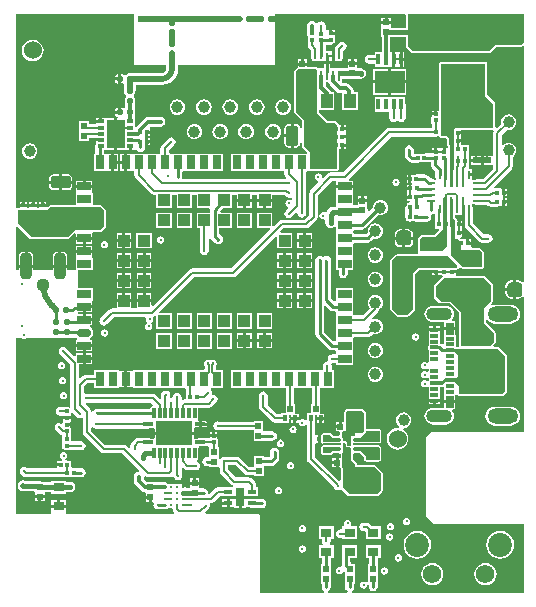
<source format=gtl>
G04*
G04 #@! TF.GenerationSoftware,Altium Limited,Altium Designer,20.0.1 (14)*
G04*
G04 Layer_Physical_Order=1*
G04 Layer_Color=255*
%FSLAX44Y44*%
%MOMM*%
G71*
G01*
G75*
%ADD13C,0.2500*%
%ADD16C,0.2540*%
%ADD25R,0.5300X0.5500*%
%ADD26R,0.7000X1.1500*%
G04:AMPARAMS|DCode=27|XSize=2.2mm|YSize=0.95mm|CornerRadius=0.2375mm|HoleSize=0mm|Usage=FLASHONLY|Rotation=90.000|XOffset=0mm|YOffset=0mm|HoleType=Round|Shape=RoundedRectangle|*
%AMROUNDEDRECTD27*
21,1,2.2000,0.4750,0,0,90.0*
21,1,1.7250,0.9500,0,0,90.0*
1,1,0.4750,0.2375,0.8625*
1,1,0.4750,0.2375,-0.8625*
1,1,0.4750,-0.2375,-0.8625*
1,1,0.4750,-0.2375,0.8625*
%
%ADD27ROUNDEDRECTD27*%
G04:AMPARAMS|DCode=28|XSize=0.95mm|YSize=0.95mm|CornerRadius=0.2375mm|HoleSize=0mm|Usage=FLASHONLY|Rotation=0.000|XOffset=0mm|YOffset=0mm|HoleType=Round|Shape=RoundedRectangle|*
%AMROUNDEDRECTD28*
21,1,0.9500,0.4750,0,0,0.0*
21,1,0.4750,0.9500,0,0,0.0*
1,1,0.4750,0.2375,-0.2375*
1,1,0.4750,-0.2375,-0.2375*
1,1,0.4750,-0.2375,0.2375*
1,1,0.4750,0.2375,0.2375*
%
%ADD28ROUNDEDRECTD28*%
%ADD29R,3.2000X1.5000*%
%ADD30R,1.6500X0.5000*%
%ADD31R,0.3000X0.4000*%
%ADD32R,0.4000X0.3000*%
%ADD33R,0.2500X0.7000*%
%ADD34R,0.2500X1.4000*%
%ADD35R,0.7000X0.2500*%
G04:AMPARAMS|DCode=36|XSize=1.27mm|YSize=1.27mm|CornerRadius=0.3175mm|HoleSize=0mm|Usage=FLASHONLY|Rotation=270.000|XOffset=0mm|YOffset=0mm|HoleType=Round|Shape=RoundedRectangle|*
%AMROUNDEDRECTD36*
21,1,1.2700,0.6350,0,0,270.0*
21,1,0.6350,1.2700,0,0,270.0*
1,1,0.6350,-0.3175,-0.3175*
1,1,0.6350,-0.3175,0.3175*
1,1,0.6350,0.3175,0.3175*
1,1,0.6350,0.3175,-0.3175*
%
%ADD36ROUNDEDRECTD36*%
G04:AMPARAMS|DCode=37|XSize=1.27mm|YSize=1.27mm|CornerRadius=0.3175mm|HoleSize=0mm|Usage=FLASHONLY|Rotation=180.000|XOffset=0mm|YOffset=0mm|HoleType=Round|Shape=RoundedRectangle|*
%AMROUNDEDRECTD37*
21,1,1.2700,0.6350,0,0,180.0*
21,1,0.6350,1.2700,0,0,180.0*
1,1,0.6350,-0.3175,0.3175*
1,1,0.6350,0.3175,0.3175*
1,1,0.6350,0.3175,-0.3175*
1,1,0.6350,-0.3175,-0.3175*
%
%ADD37ROUNDEDRECTD37*%
%ADD38R,0.9000X0.9000*%
%ADD39R,0.7000X1.0000*%
%ADD40R,0.7000X0.3000*%
%ADD41R,1.0000X1.2500*%
%ADD42R,0.2500X0.9000*%
%ADD43R,0.2500X1.3000*%
%ADD44R,0.2500X0.6000*%
G04:AMPARAMS|DCode=45|XSize=1.06mm|YSize=1.72mm|CornerRadius=0.2491mm|HoleSize=0mm|Usage=FLASHONLY|Rotation=0.000|XOffset=0mm|YOffset=0mm|HoleType=Round|Shape=RoundedRectangle|*
%AMROUNDEDRECTD45*
21,1,1.0600,1.2218,0,0,0.0*
21,1,0.5618,1.7200,0,0,0.0*
1,1,0.4982,0.2809,-0.6109*
1,1,0.4982,-0.2809,-0.6109*
1,1,0.4982,-0.2809,0.6109*
1,1,0.4982,0.2809,0.6109*
%
%ADD45ROUNDEDRECTD45*%
G04:AMPARAMS|DCode=46|XSize=0.55mm|YSize=0.53mm|CornerRadius=0.1325mm|HoleSize=0mm|Usage=FLASHONLY|Rotation=180.000|XOffset=0mm|YOffset=0mm|HoleType=Round|Shape=RoundedRectangle|*
%AMROUNDEDRECTD46*
21,1,0.5500,0.2650,0,0,180.0*
21,1,0.2850,0.5300,0,0,180.0*
1,1,0.2650,-0.1425,0.1325*
1,1,0.2650,0.1425,0.1325*
1,1,0.2650,0.1425,-0.1325*
1,1,0.2650,-0.1425,-0.1325*
%
%ADD46ROUNDEDRECTD46*%
G04:AMPARAMS|DCode=47|XSize=0.55mm|YSize=0.53mm|CornerRadius=0.1325mm|HoleSize=0mm|Usage=FLASHONLY|Rotation=270.000|XOffset=0mm|YOffset=0mm|HoleType=Round|Shape=RoundedRectangle|*
%AMROUNDEDRECTD47*
21,1,0.5500,0.2650,0,0,270.0*
21,1,0.2850,0.5300,0,0,270.0*
1,1,0.2650,-0.1325,-0.1425*
1,1,0.2650,-0.1325,0.1425*
1,1,0.2650,0.1325,0.1425*
1,1,0.2650,0.1325,-0.1425*
%
%ADD47ROUNDEDRECTD47*%
%ADD48R,0.5000X0.3000*%
%ADD49R,1.6000X2.4000*%
%ADD50R,0.5300X0.5500*%
%ADD51R,1.1500X0.7000*%
%ADD52R,1.0000X1.0000*%
G04:AMPARAMS|DCode=53|XSize=0.7mm|YSize=1.15mm|CornerRadius=0.175mm|HoleSize=0mm|Usage=FLASHONLY|Rotation=90.000|XOffset=0mm|YOffset=0mm|HoleType=Round|Shape=RoundedRectangle|*
%AMROUNDEDRECTD53*
21,1,0.7000,0.8000,0,0,90.0*
21,1,0.3500,1.1500,0,0,90.0*
1,1,0.3500,0.4000,0.1750*
1,1,0.3500,0.4000,-0.1750*
1,1,0.3500,-0.4000,-0.1750*
1,1,0.3500,-0.4000,0.1750*
%
%ADD53ROUNDEDRECTD53*%
G04:AMPARAMS|DCode=54|XSize=1.06mm|YSize=1.72mm|CornerRadius=0.2491mm|HoleSize=0mm|Usage=FLASHONLY|Rotation=270.000|XOffset=0mm|YOffset=0mm|HoleType=Round|Shape=RoundedRectangle|*
%AMROUNDEDRECTD54*
21,1,1.0600,1.2218,0,0,270.0*
21,1,0.5618,1.7200,0,0,270.0*
1,1,0.4982,-0.6109,-0.2809*
1,1,0.4982,-0.6109,0.2809*
1,1,0.4982,0.6109,0.2809*
1,1,0.4982,0.6109,-0.2809*
%
%ADD54ROUNDEDRECTD54*%
G04:AMPARAMS|DCode=55|XSize=0.9mm|YSize=0.26mm|CornerRadius=0.0325mm|HoleSize=0mm|Usage=FLASHONLY|Rotation=90.000|XOffset=0mm|YOffset=0mm|HoleType=Round|Shape=RoundedRectangle|*
%AMROUNDEDRECTD55*
21,1,0.9000,0.1950,0,0,90.0*
21,1,0.8350,0.2600,0,0,90.0*
1,1,0.0650,0.0975,0.4175*
1,1,0.0650,0.0975,-0.4175*
1,1,0.0650,-0.0975,-0.4175*
1,1,0.0650,-0.0975,0.4175*
%
%ADD55ROUNDEDRECTD55*%
G04:AMPARAMS|DCode=56|XSize=0.9mm|YSize=0.26mm|CornerRadius=0.0325mm|HoleSize=0mm|Usage=FLASHONLY|Rotation=180.000|XOffset=0mm|YOffset=0mm|HoleType=Round|Shape=RoundedRectangle|*
%AMROUNDEDRECTD56*
21,1,0.9000,0.1950,0,0,180.0*
21,1,0.8350,0.2600,0,0,180.0*
1,1,0.0650,-0.4175,0.0975*
1,1,0.0650,0.4175,0.0975*
1,1,0.0650,0.4175,-0.0975*
1,1,0.0650,-0.4175,-0.0975*
%
%ADD56ROUNDEDRECTD56*%
%ADD57R,0.9500X0.8000*%
%ADD58R,0.7000X1.6000*%
%ADD59R,0.8000X0.4000*%
%ADD60R,2.5000X1.9000*%
%ADD61R,0.3000X0.9500*%
%ADD62R,0.4700X0.5000*%
%ADD63R,0.3700X0.5000*%
%ADD64R,0.5500X0.5300*%
%ADD65C,0.2000*%
%ADD66R,0.2500X0.2750*%
%ADD67R,0.2750X0.2500*%
%ADD120C,0.5080*%
%ADD121C,0.5000*%
%ADD122R,3.0500X2.0500*%
%ADD123C,0.1778*%
%ADD124C,0.3048*%
%ADD125C,0.2700*%
%ADD126C,0.2032*%
%ADD127C,0.3810*%
%ADD128C,0.1444*%
%ADD129R,0.6260X0.5010*%
%ADD130C,1.5240*%
%ADD131C,1.0000*%
%ADD132R,1.6000X1.6000*%
%ADD133C,1.6000*%
%ADD134O,2.6000X1.3000*%
%ADD135O,2.2000X1.1000*%
%ADD136C,2.0260*%
%ADD137C,1.5610*%
%ADD138C,0.3048*%
%ADD139C,0.5080*%
%ADD140C,0.4064*%
G36*
X430022Y466344D02*
X427228Y463550D01*
X405892D01*
X400558Y458216D01*
X336296D01*
X331724Y462788D01*
Y471754D01*
X314706Y471754D01*
X314706Y446913D01*
X311658Y446888D01*
Y472568D01*
X315061Y475971D01*
X331724D01*
X331724Y489966D01*
X430022Y489966D01*
Y466344D01*
D02*
G37*
G36*
X330074Y488730D02*
Y477620D01*
X318687D01*
X317610Y478620D01*
X317356Y479785D01*
Y481456D01*
X313436D01*
X309516D01*
Y479785D01*
X309262Y478620D01*
X309262Y477541D01*
Y470072D01*
X310008D01*
Y458748D01*
X309758Y457582D01*
X303710D01*
Y454934D01*
X299209D01*
X298958Y454984D01*
X297570Y454708D01*
X296394Y453922D01*
X295608Y452746D01*
X295332Y451358D01*
X295608Y449971D01*
X296394Y448794D01*
X296444Y448744D01*
X296444Y448744D01*
X297621Y447958D01*
X299008Y447682D01*
X299008Y447682D01*
X303710D01*
Y445034D01*
X309758D01*
X309758Y445034D01*
X310210D01*
Y445034D01*
X311028Y445034D01*
X315799D01*
X316258Y445034D01*
X317423Y445288D01*
X318464D01*
Y451308D01*
Y457328D01*
X316964D01*
X316356Y458346D01*
X316356Y470072D01*
X317610D01*
Y470105D01*
X330074Y470105D01*
Y462788D01*
X330558Y461622D01*
X335130Y457050D01*
X336296Y456566D01*
X400558D01*
X401724Y457050D01*
X406575Y461900D01*
X427228D01*
X428394Y462384D01*
X428827Y462816D01*
X430000Y462330D01*
Y263002D01*
X428730Y262617D01*
X428528Y262920D01*
X427057Y263902D01*
X425323Y264247D01*
X423418D01*
Y256540D01*
Y248833D01*
X425323D01*
X427057Y249178D01*
X428528Y250160D01*
X428730Y250463D01*
X430000Y250078D01*
Y135890D01*
X351028D01*
X347218Y132080D01*
Y64770D01*
X353568Y58420D01*
X430000D01*
Y0D01*
X303014D01*
X302889Y1270D01*
X303338Y1359D01*
X304001Y1491D01*
X305261Y2333D01*
X306103Y3593D01*
X306399Y5080D01*
Y7030D01*
X306688D01*
Y15410D01*
Y23958D01*
X306493D01*
Y29020D01*
X308882D01*
Y40068D01*
X296334D01*
Y29020D01*
X298723D01*
Y23958D01*
X298340D01*
Y15410D01*
Y8748D01*
X298087Y8540D01*
X296497Y8633D01*
X295489Y9307D01*
X294300Y9544D01*
X293111Y9307D01*
X292103Y8633D01*
X291429Y7625D01*
X291192Y6436D01*
X291429Y5247D01*
X292103Y4238D01*
X293111Y3565D01*
X294300Y3328D01*
X295489Y3565D01*
X296497Y4238D01*
X297171Y5247D01*
X297359Y6193D01*
X298629Y6068D01*
Y5080D01*
X298925Y3593D01*
X299767Y2333D01*
X301027Y1491D01*
X301690Y1359D01*
X302139Y1270D01*
X302014Y0D01*
X284512D01*
X284485Y67D01*
X284301Y1270D01*
X285322Y1952D01*
X286164Y3212D01*
X286460Y4699D01*
Y7030D01*
X286749D01*
Y15410D01*
Y23958D01*
X283795D01*
X283539Y24214D01*
Y29020D01*
X289023D01*
Y40068D01*
X276475D01*
Y33549D01*
X276065Y32936D01*
X275769Y31449D01*
Y22605D01*
X275810Y22400D01*
X275518Y22044D01*
X274700Y21473D01*
X273812Y21650D01*
X272623Y21413D01*
X271614Y20740D01*
X270941Y19731D01*
X270704Y18542D01*
X270941Y17353D01*
X271614Y16344D01*
X272623Y15671D01*
X273812Y15434D01*
X275001Y15671D01*
X276010Y16344D01*
X276683Y17353D01*
X278040Y17663D01*
X278401Y17426D01*
Y7030D01*
X278690D01*
Y4699D01*
X278986Y3212D01*
X279828Y1952D01*
X280849Y1270D01*
X280665Y67D01*
X280638Y0D01*
X264463D01*
X264153Y1175D01*
X264172Y1270D01*
X265383Y2079D01*
X266225Y3339D01*
X266521Y4826D01*
Y7030D01*
X266810D01*
Y15410D01*
Y23958D01*
X266521D01*
Y29020D01*
X269164D01*
Y40068D01*
X266365D01*
X265766Y41338D01*
X266240Y42046D01*
X266516Y43434D01*
Y45020D01*
X269164D01*
Y56068D01*
X256616D01*
Y45020D01*
X259264D01*
Y43434D01*
X259540Y42046D01*
X260014Y41338D01*
X259415Y40068D01*
X256616D01*
Y29020D01*
X258751D01*
Y23958D01*
X258462D01*
Y15410D01*
Y7030D01*
X258751D01*
Y4826D01*
X259047Y3339D01*
X259889Y2079D01*
X261100Y1270D01*
X261119Y1175D01*
X260809Y0D01*
X206650D01*
Y65000D01*
X206166Y66166D01*
X205000Y66650D01*
X160812D01*
X160326Y67823D01*
X163092Y70588D01*
X163878Y71764D01*
X164154Y73152D01*
X163931Y74270D01*
X164620Y75540D01*
X164764D01*
X164764Y75540D01*
X166152Y75816D01*
X167328Y76602D01*
X172618Y81892D01*
X179738D01*
X180249Y81994D01*
X184968D01*
Y81788D01*
X189738D01*
X194508D01*
Y81994D01*
X199227D01*
X199738Y81892D01*
X200249Y81994D01*
X205262D01*
Y89042D01*
X203524D01*
Y91186D01*
X203248Y92573D01*
X202462Y93750D01*
X202462Y93750D01*
X199668Y96544D01*
X198491Y97330D01*
X197104Y97606D01*
X197104Y97606D01*
X186414D01*
X179902Y104118D01*
Y107880D01*
X185950D01*
X193650Y100180D01*
X194827Y99394D01*
X196214Y99118D01*
X196214Y99118D01*
X201312D01*
Y98470D01*
X209660D01*
Y107239D01*
X216280D01*
X217767Y107535D01*
X219027Y108377D01*
X221695Y111045D01*
X222537Y112305D01*
X222833Y113792D01*
Y119126D01*
X222537Y120613D01*
X221695Y121873D01*
X220435Y122715D01*
X218948Y123011D01*
X217461Y122715D01*
X216201Y121873D01*
X215359Y120613D01*
X215063Y119126D01*
Y115401D01*
X214671Y115009D01*
X209660D01*
Y115398D01*
X201312D01*
Y106370D01*
X197716D01*
X190016Y114070D01*
X188839Y114856D01*
X187452Y115132D01*
X187452Y115132D01*
X176276D01*
X174888Y114856D01*
X173712Y114070D01*
X173084Y113129D01*
X171912Y113301D01*
X171814Y113341D01*
Y123526D01*
X171139D01*
Y127171D01*
X171139Y127171D01*
X170910Y128321D01*
Y130322D01*
X170656D01*
Y131528D01*
X164116D01*
Y130962D01*
X156153D01*
X155962Y131000D01*
X154574Y130724D01*
X153842Y130234D01*
X151787D01*
X150632Y131212D01*
Y133604D01*
X134112D01*
X117592D01*
Y131212D01*
X116437Y130234D01*
X114382D01*
X113650Y130724D01*
X112262Y131000D01*
X103498D01*
X102111Y130724D01*
X100934Y129938D01*
X100934Y129938D01*
X98020Y127024D01*
X97234Y125848D01*
X96958Y124460D01*
X96958Y124460D01*
Y123071D01*
X95688Y122545D01*
X94004Y124230D01*
X92828Y125016D01*
X91440Y125292D01*
X91440Y125292D01*
X75670D01*
X63824Y137138D01*
Y139665D01*
X65094Y140051D01*
X65254Y139810D01*
X66431Y139024D01*
X67818Y138748D01*
X112262D01*
X113650Y139024D01*
X114382Y139514D01*
X116437D01*
X117592Y138536D01*
Y136144D01*
X134112D01*
X150632D01*
Y138806D01*
X150660Y138864D01*
X151787Y139773D01*
X154692D01*
Y142374D01*
Y144975D01*
X154349D01*
X153974Y146060D01*
X153940Y146245D01*
X154329Y146828D01*
X154472Y147549D01*
Y155899D01*
X154879Y156394D01*
X163322D01*
X163322Y156394D01*
X164709Y156670D01*
X165886Y157456D01*
X169696Y161266D01*
X170482Y162442D01*
X170758Y163830D01*
X170482Y165217D01*
X169696Y166394D01*
X168519Y167180D01*
X167132Y167456D01*
X166810Y167392D01*
X165797Y168485D01*
X165932Y169164D01*
X165656Y170551D01*
X164870Y171728D01*
X164842Y171779D01*
X164889Y173242D01*
X165297Y173516D01*
X175026D01*
Y188064D01*
X170162D01*
X169185Y188715D01*
Y191528D01*
X169734Y192349D01*
X169987Y193622D01*
Y194056D01*
X169734Y195329D01*
X169013Y196408D01*
X167934Y197129D01*
X166661Y197382D01*
X165388Y197129D01*
X164502Y196537D01*
X163616Y197129D01*
X162343Y197382D01*
X161070Y197129D01*
X159991Y196408D01*
X159270Y195329D01*
X159017Y194056D01*
Y193622D01*
X159270Y192349D01*
X159819Y191528D01*
Y189839D01*
X159819Y189839D01*
Y189128D01*
X158701Y188064D01*
X154296D01*
X153978Y188064D01*
X153026D01*
X152708Y188064D01*
X143296D01*
X142978Y188064D01*
X142026D01*
X141708Y188064D01*
X132296D01*
X131978Y188064D01*
X131026D01*
X130708Y188064D01*
X121296D01*
X120978Y188064D01*
X120026D01*
X119708Y188064D01*
X110296D01*
X109978Y188064D01*
X109026D01*
X108708Y188064D01*
X98978D01*
Y187964D01*
X97772Y187810D01*
X97708Y187810D01*
X94272D01*
Y180790D01*
Y173770D01*
X97708D01*
X97772Y173770D01*
X98978Y173615D01*
Y173516D01*
X108708D01*
X109026Y173516D01*
X109978D01*
X110296Y173516D01*
X119708D01*
X120026Y173516D01*
X120978D01*
X121296Y173516D01*
X130708D01*
X131026Y173516D01*
X131978D01*
X132296Y173516D01*
X141708D01*
X142026Y173516D01*
X142978D01*
X143992Y172534D01*
Y165862D01*
X144180Y164916D01*
X143535Y163850D01*
X143295Y163646D01*
X142802D01*
X141508Y163388D01*
X141372Y163396D01*
X140238Y164110D01*
X140238Y164111D01*
Y165153D01*
X140278Y165354D01*
X140002Y166742D01*
X139216Y167918D01*
X138040Y168704D01*
X136652Y168980D01*
X135265Y168704D01*
X134088Y167918D01*
X134048Y167878D01*
X133262Y166702D01*
X132986Y165314D01*
X132986Y165314D01*
X131716Y164328D01*
X131318Y164408D01*
X131219Y164388D01*
X130238Y165194D01*
Y166966D01*
X130372Y167640D01*
X130096Y169028D01*
X129310Y170204D01*
X128133Y170990D01*
X126746Y171266D01*
X125358Y170990D01*
X124182Y170204D01*
X124048Y170070D01*
X123262Y168894D01*
X122986Y167506D01*
X122986Y167506D01*
Y164183D01*
X121813Y163697D01*
X118608Y166902D01*
X117432Y167688D01*
X116044Y167964D01*
X116044Y167964D01*
X58928D01*
X57982Y168740D01*
Y174520D01*
X60626Y177164D01*
X65978D01*
Y173516D01*
X75708D01*
X76026Y173516D01*
X76978D01*
X77296Y173516D01*
X87026D01*
Y173615D01*
X88232Y173770D01*
X88296Y173770D01*
X91732D01*
Y180790D01*
Y187810D01*
X88296D01*
X88232Y187810D01*
X87026Y187964D01*
Y188064D01*
X77296D01*
X76978Y188064D01*
X76026D01*
X75708Y188064D01*
X65978D01*
Y184416D01*
X59124D01*
X59124Y184416D01*
X57737Y184140D01*
X56560Y183354D01*
X56560Y183354D01*
X54515Y181309D01*
X53342Y181795D01*
Y193270D01*
X56482D01*
Y198040D01*
Y202810D01*
X50732D01*
Y200403D01*
X49559Y199917D01*
X42696Y206780D01*
X41519Y207566D01*
X40132Y207842D01*
X38744Y207566D01*
X37568Y206780D01*
X36782Y205604D01*
X36506Y204216D01*
X36782Y202829D01*
X37568Y201652D01*
X46090Y193130D01*
Y156958D01*
X44820Y156553D01*
X44567Y156722D01*
X43180Y156998D01*
X37559D01*
X37338Y157042D01*
X35951Y156766D01*
X34774Y155980D01*
X33988Y154803D01*
X33712Y153416D01*
X33988Y152029D01*
X34774Y150852D01*
X34818Y150808D01*
X34818Y150808D01*
X35995Y150022D01*
X37382Y149746D01*
X39910D01*
Y149142D01*
X43180D01*
X46450D01*
Y150348D01*
X46704D01*
Y151604D01*
X47974Y152130D01*
X51284Y148820D01*
X52460Y148034D01*
X53848Y147758D01*
X55236Y148034D01*
X55302Y148079D01*
X56572Y147400D01*
Y135636D01*
X56572Y135636D01*
X56848Y134249D01*
X57634Y133072D01*
X71604Y119102D01*
X71604Y119102D01*
X72780Y118316D01*
X74168Y118040D01*
X89938D01*
X104584Y103394D01*
X104294Y102606D01*
X104019Y102163D01*
X102554Y101872D01*
X101210Y100974D01*
X100312Y99630D01*
X99996Y98044D01*
Y94234D01*
X100312Y92648D01*
X101210Y91304D01*
X106418Y86096D01*
X107762Y85198D01*
X108742Y85003D01*
X109872Y84666D01*
Y81916D01*
X113792D01*
Y80646D01*
X115062D01*
Y76626D01*
X115817D01*
X116558Y75356D01*
X116337Y74248D01*
X116633Y72761D01*
X117475Y71501D01*
X118735Y70659D01*
X120222Y70363D01*
X126228D01*
X127715Y70659D01*
X128747Y71349D01*
X131948D01*
X132727Y70403D01*
X133003Y69015D01*
X133736Y67920D01*
X133612Y67357D01*
X133320Y66650D01*
X42481D01*
X42086Y67756D01*
X42086Y67920D01*
Y71756D01*
X36066D01*
X30046D01*
Y67920D01*
X30046Y67756D01*
X29652Y66650D01*
X0D01*
Y215138D01*
X68Y215206D01*
X4817D01*
X5415Y214807D01*
X6604Y214570D01*
X7793Y214807D01*
X8391Y215206D01*
X51845D01*
X51986Y215080D01*
X51502Y213810D01*
X50732D01*
Y210310D01*
X57752D01*
X64772D01*
Y213810D01*
X62521D01*
X62396Y215080D01*
X63029Y215206D01*
X64113Y215930D01*
X64836Y217013D01*
X65090Y218290D01*
Y221790D01*
X64836Y223067D01*
X64113Y224150D01*
X63029Y224874D01*
X62396Y225000D01*
X62521Y226270D01*
X64772D01*
Y229770D01*
X57752D01*
Y231040D01*
X56482D01*
Y235810D01*
X52475D01*
Y237270D01*
X56482D01*
Y242040D01*
X57752D01*
Y243310D01*
X64772D01*
Y246810D01*
X64772D01*
X64927Y248016D01*
X65026D01*
Y258064D01*
X52475D01*
X52475Y272824D01*
X53412Y272999D01*
X53716Y273016D01*
X65026D01*
Y283064D01*
X64927D01*
X64772Y284270D01*
X64772Y284334D01*
Y287770D01*
X57752D01*
X50732D01*
Y284334D01*
X50732Y284270D01*
X50578Y283064D01*
X50478D01*
X50478Y273016D01*
X49299Y272796D01*
X43201D01*
Y275083D01*
X37110D01*
X31019D01*
Y272796D01*
X14701D01*
Y275083D01*
X8610D01*
X2519D01*
Y272796D01*
X0D01*
Y309815D01*
X1270Y310341D01*
X12042Y299570D01*
X13208Y299086D01*
X43688D01*
X44854Y299570D01*
X49462Y304177D01*
X50732Y303651D01*
Y301310D01*
X57752D01*
X64772D01*
Y304810D01*
X65888Y305182D01*
X71120D01*
X72286Y305666D01*
X76096Y309476D01*
X76580Y310642D01*
Y322834D01*
X76096Y324000D01*
X72794Y327302D01*
X71628Y327786D01*
X66201D01*
X65026Y328016D01*
X65026Y329056D01*
Y338064D01*
X64927D01*
X64772Y339270D01*
X64772Y339334D01*
Y342770D01*
X57752D01*
X50732D01*
Y339334D01*
X50732Y339270D01*
X50578Y338064D01*
X50478D01*
X50478Y328016D01*
X49303Y327786D01*
X29210D01*
X28044Y327302D01*
X27146Y326405D01*
X26834Y326534D01*
X22606D01*
X19336D01*
Y325500D01*
X17748D01*
Y326534D01*
X14478D01*
X11208D01*
Y325500D01*
X9620D01*
Y326534D01*
X6350D01*
X3080D01*
Y325500D01*
X2032D01*
X1270Y325184D01*
X0Y325810D01*
Y490000D01*
X100330D01*
X100330Y446664D01*
X127147D01*
Y443860D01*
X127171Y443742D01*
X126897Y442364D01*
X126049Y441097D01*
X124782Y440249D01*
X123404Y439975D01*
X123286Y439999D01*
X96786D01*
X94819Y439608D01*
X94521Y439408D01*
X94520Y439408D01*
X92852Y438294D01*
X92830Y438259D01*
X91533Y438124D01*
X91264Y438202D01*
X90544Y438684D01*
X89531Y438885D01*
X89376D01*
Y434914D01*
Y430943D01*
X89531D01*
X90077Y431052D01*
X91347Y430271D01*
Y426624D01*
X91104Y425400D01*
X91398Y423921D01*
X91660Y423530D01*
X91739Y423134D01*
X92852Y421466D01*
X93235Y421211D01*
Y420667D01*
X93098Y419775D01*
X92605Y419037D01*
X92384Y417925D01*
Y415075D01*
X92406Y414963D01*
Y410656D01*
X92076Y410412D01*
X91136Y410093D01*
X90544Y410490D01*
X89531Y410691D01*
X89376D01*
Y406720D01*
X88106D01*
Y405450D01*
X84035D01*
Y405395D01*
X84237Y404383D01*
X84810Y403524D01*
X85669Y402951D01*
X86084Y402868D01*
X85958Y401598D01*
X85638D01*
Y388328D01*
Y375058D01*
X95598D01*
Y377828D01*
X98138D01*
Y375058D01*
X100638D01*
Y375058D01*
X101819Y375324D01*
X101908Y375319D01*
X102663Y374189D01*
X103923Y373347D01*
X105410Y373051D01*
X106897Y373347D01*
X108157Y374189D01*
X108999Y375449D01*
X109295Y376936D01*
Y378492D01*
X109684D01*
Y381762D01*
Y385032D01*
X109643D01*
X109423Y385272D01*
X109559Y386109D01*
X109684Y386291D01*
Y389890D01*
X110954D01*
Y391160D01*
X113724D01*
Y393160D01*
X113724Y393160D01*
X113839Y394382D01*
X122428D01*
X124014Y394698D01*
X125358Y395596D01*
X126256Y396940D01*
X126572Y398526D01*
X126256Y400112D01*
X125358Y401456D01*
X124014Y402354D01*
X122428Y402670D01*
X112014D01*
X110428Y402354D01*
X109084Y401456D01*
X102524Y394896D01*
X101908Y393974D01*
X100638Y394359D01*
Y395804D01*
X100892D01*
Y398227D01*
X101012Y398828D01*
X100892Y399430D01*
Y401852D01*
X100821D01*
Y406529D01*
X100816Y406553D01*
Y408045D01*
X100694Y408659D01*
Y414320D01*
X100844Y415075D01*
Y417925D01*
X100623Y419037D01*
X100051Y419893D01*
X99996Y420024D01*
X100086Y421444D01*
X100120Y421466D01*
X101234Y423134D01*
X101625Y425100D01*
Y429721D01*
X123286D01*
Y429699D01*
X126951Y430181D01*
X130367Y431596D01*
X133300Y433847D01*
X135550Y436779D01*
X136965Y440195D01*
X137447Y443860D01*
X137425D01*
Y446664D01*
X219710Y446664D01*
X219710Y490000D01*
X328819D01*
X330074Y488730D01*
D02*
G37*
G36*
X74930Y322834D02*
Y310642D01*
X71120Y306832D01*
X49784D01*
X43688Y300736D01*
X13208D01*
X2032Y311912D01*
Y323850D01*
X26924D01*
X29210Y326136D01*
X71628D01*
X74930Y322834D01*
D02*
G37*
G36*
X116297Y158958D02*
X115811Y157784D01*
X115637D01*
X114916Y157641D01*
X114304Y157232D01*
X113895Y156620D01*
X113752Y155899D01*
Y155609D01*
X69679D01*
X68834Y155777D01*
X67347Y155481D01*
X66087Y154639D01*
X65245Y153379D01*
X63900Y153125D01*
X63824Y153162D01*
X63548Y154550D01*
X62762Y155726D01*
X62762Y155726D01*
X59045Y159442D01*
X59571Y160712D01*
X114543D01*
X116297Y158958D01*
D02*
G37*
G36*
X156000Y123710D02*
X156000Y123710D01*
X162272D01*
X163466Y123526D01*
Y114757D01*
X161798D01*
X160311Y114461D01*
X159051Y113619D01*
X158209Y112359D01*
X157913Y110872D01*
X158209Y109385D01*
X159051Y108125D01*
X160311Y107283D01*
X161798Y106987D01*
X163466D01*
Y106598D01*
X171814D01*
X172650Y105674D01*
Y102616D01*
X172650Y102616D01*
X172926Y101229D01*
X173712Y100052D01*
X182348Y91416D01*
X182348Y91416D01*
X183524Y90630D01*
X183956Y89328D01*
X183896Y89153D01*
X183721Y89042D01*
X180249D01*
X179738Y89144D01*
X171116D01*
X171116Y89144D01*
X169729Y88868D01*
X168552Y88082D01*
X168552Y88082D01*
X163905Y83434D01*
X162734Y84060D01*
X162763Y84202D01*
X162467Y85689D01*
X161625Y86949D01*
X160365Y87791D01*
X158878Y88087D01*
X156377D01*
X155558Y88449D01*
Y88476D01*
X155304Y88562D01*
Y91312D01*
X151384D01*
X147464D01*
Y88780D01*
X144123D01*
Y91768D01*
X142748D01*
Y89248D01*
X140208D01*
Y91768D01*
X139127D01*
Y92147D01*
X129179D01*
X129158Y92178D01*
X127814Y93076D01*
X126228Y93392D01*
X115824D01*
X115363Y93300D01*
X110934D01*
X108284Y95950D01*
Y97899D01*
X108666Y98203D01*
X109265Y98451D01*
X109487Y98504D01*
X110626Y97742D01*
X112014Y97466D01*
X112014Y97466D01*
X129794D01*
X129794Y97466D01*
X131181Y97742D01*
X131963Y98264D01*
X132329Y98258D01*
X133184Y98060D01*
X133504Y97879D01*
X133809Y97422D01*
X133810Y97418D01*
X134596Y96242D01*
X135772Y95456D01*
X137160Y95180D01*
X138547Y95456D01*
X139724Y96242D01*
X140510Y97418D01*
X140786Y98806D01*
Y99081D01*
X140786Y99081D01*
X140510Y100468D01*
X140238Y100876D01*
Y105565D01*
X141411Y106051D01*
X142584Y104878D01*
X142584Y104878D01*
X143760Y104092D01*
X145148Y103816D01*
X145148Y103816D01*
X152654D01*
X154042Y104092D01*
X155218Y104878D01*
X156004Y106054D01*
X156280Y107442D01*
X156004Y108829D01*
X155218Y110006D01*
X154042Y110792D01*
X153587Y110882D01*
X153418Y111627D01*
X153453Y112204D01*
X153920Y112516D01*
X154329Y113128D01*
X154472Y113849D01*
Y122199D01*
X154364Y122741D01*
X154774Y123390D01*
X155225Y123864D01*
X156000Y123710D01*
D02*
G37*
%LPC*%
G36*
X317356Y486746D02*
X314706D01*
Y483996D01*
X317356D01*
Y486746D01*
D02*
G37*
G36*
X312166D02*
X309516D01*
Y483996D01*
X312166D01*
Y486746D01*
D02*
G37*
G36*
X269868Y476189D02*
X267868D01*
Y474689D01*
X269868D01*
Y476189D01*
D02*
G37*
G36*
X323464Y457328D02*
X322504D01*
X322194Y457328D01*
X321004D01*
Y451308D01*
Y445288D01*
X322194D01*
X322504Y445288D01*
X323464D01*
X323774Y445288D01*
X324964D01*
Y451308D01*
Y457328D01*
X323774D01*
X323464Y457328D01*
D02*
G37*
G36*
X327504Y457328D02*
Y452578D01*
X329004D01*
Y457328D01*
X327504D01*
D02*
G37*
G36*
X250698Y484204D02*
X249112Y483888D01*
X247768Y482990D01*
X246870Y481646D01*
X246554Y480060D01*
Y474185D01*
X246402Y473419D01*
X246717Y471833D01*
X247022Y471378D01*
Y468430D01*
X246920Y467919D01*
Y463230D01*
X246920Y463230D01*
X247196Y461842D01*
X247982Y460666D01*
X249908Y458740D01*
Y454286D01*
X249908Y454286D01*
X250184Y452899D01*
X250853Y451898D01*
Y449669D01*
X261401D01*
Y449923D01*
X262357D01*
Y453413D01*
X262512Y454193D01*
X264897D01*
Y449923D01*
X267357D01*
Y454193D01*
Y458463D01*
X262484D01*
Y463934D01*
X266498D01*
X267985Y464230D01*
X268980Y464895D01*
X270122D01*
Y466335D01*
X270187Y466432D01*
X270483Y467919D01*
X270187Y469405D01*
X270122Y469503D01*
Y470943D01*
X269868D01*
Y472149D01*
X266598D01*
Y473419D01*
X265328D01*
Y476189D01*
X263328D01*
Y476189D01*
X262198Y476525D01*
Y480060D01*
X261922Y481447D01*
X261136Y482624D01*
X259960Y483410D01*
X258572Y483686D01*
X257185Y483410D01*
X256008Y482624D01*
X255646Y482082D01*
X255619Y482071D01*
X254177Y482169D01*
X253628Y482990D01*
X252284Y483888D01*
X250698Y484204D01*
D02*
G37*
G36*
X14224Y468201D02*
X11837Y467887D01*
X9613Y466965D01*
X7702Y465500D01*
X6237Y463589D01*
X5315Y461365D01*
X5001Y458978D01*
X5315Y456591D01*
X6237Y454367D01*
X7702Y452456D01*
X9613Y450991D01*
X11837Y450069D01*
X14224Y449755D01*
X16611Y450069D01*
X18835Y450991D01*
X20746Y452456D01*
X22211Y454367D01*
X23133Y456591D01*
X23447Y458978D01*
X23133Y461365D01*
X22211Y463589D01*
X20746Y465500D01*
X18835Y466965D01*
X16611Y467887D01*
X14224Y468201D01*
D02*
G37*
G36*
X276352Y466414D02*
X274965Y466138D01*
X273788Y465352D01*
X271063Y462626D01*
X270277Y461450D01*
X270001Y460063D01*
X270001Y460062D01*
Y458463D01*
X269897D01*
Y454193D01*
Y449923D01*
X270853D01*
Y449669D01*
X276401D01*
Y451944D01*
X276976Y452806D01*
X277252Y454193D01*
Y458561D01*
X278916Y460224D01*
X279702Y461400D01*
X279978Y462788D01*
X279702Y464175D01*
X278916Y465352D01*
X277740Y466138D01*
X276352Y466414D01*
D02*
G37*
G36*
X288654Y451872D02*
X286004D01*
Y449122D01*
X288654D01*
Y451872D01*
D02*
G37*
G36*
X283464D02*
X280814D01*
Y449122D01*
X283464D01*
Y451872D01*
D02*
G37*
G36*
X246465Y451465D02*
X243815D01*
Y448715D01*
X246465D01*
Y451465D01*
D02*
G37*
G36*
X241275D02*
X238625D01*
Y448715D01*
X241275D01*
Y451465D01*
D02*
G37*
G36*
X329004Y450038D02*
X327504D01*
Y445288D01*
X329004D01*
Y450038D01*
D02*
G37*
G36*
X266147Y447463D02*
X264897D01*
Y439693D01*
X262357D01*
Y447463D01*
X261107D01*
Y443717D01*
X256298D01*
X256259Y443812D01*
X255649Y444422D01*
X254483Y444905D01*
X246465D01*
Y446175D01*
X242545D01*
X238625D01*
Y444723D01*
X237898Y444422D01*
X236019Y442542D01*
X235536Y441376D01*
Y421030D01*
Y406730D01*
X236019Y405564D01*
X241911Y399672D01*
Y393042D01*
X240641Y392917D01*
X240380Y394230D01*
X239549Y395475D01*
X238305Y396306D01*
X236837Y396598D01*
X235298D01*
Y386654D01*
Y376710D01*
X236837D01*
X238305Y377002D01*
X239549Y377834D01*
X240380Y379078D01*
X240641Y380391D01*
X241911Y380266D01*
Y378181D01*
X242394Y377014D01*
X246574Y372834D01*
X246048Y371564D01*
X236978D01*
Y371564D01*
X236026D01*
Y371564D01*
X226296D01*
X225978Y371564D01*
X225026D01*
X224708Y371564D01*
X215296D01*
X214978Y371564D01*
X214026D01*
X213708Y371564D01*
X204296D01*
X203978Y371564D01*
X203026D01*
X202708Y371564D01*
X193296D01*
X192978Y371564D01*
X192026D01*
X191708Y371564D01*
X181978D01*
Y357016D01*
X191708D01*
X192026Y357016D01*
X192978D01*
X193296Y357016D01*
X202708D01*
X203026Y357016D01*
X203978D01*
X204296Y357016D01*
X213708D01*
X214026Y357016D01*
X214978D01*
X215296Y357016D01*
X224708D01*
X225026Y357016D01*
X226106D01*
X227376Y356558D01*
Y354468D01*
X227376Y354468D01*
X227652Y353080D01*
X228438Y351904D01*
X229088Y351255D01*
X228601Y350082D01*
X141790D01*
X140780Y351352D01*
X140887Y351886D01*
Y356118D01*
X141785Y357016D01*
X142978Y357016D01*
X143296Y357016D01*
X152708D01*
X153026Y357016D01*
X153978D01*
X154296Y357016D01*
X163708D01*
X164026Y357016D01*
X165296Y357016D01*
X175026D01*
Y371564D01*
X165296D01*
X164978Y371564D01*
X163708Y371564D01*
X154296D01*
X153978Y371564D01*
X153026D01*
X152708Y371564D01*
X143296D01*
X142978Y371564D01*
X142026D01*
X141708Y371564D01*
X132296D01*
X131978Y371564D01*
X130898D01*
X129628Y372022D01*
Y374690D01*
X134136Y379198D01*
X134922Y380374D01*
X135198Y381762D01*
X134922Y383149D01*
X134136Y384326D01*
X132959Y385112D01*
X131572Y385388D01*
X130184Y385112D01*
X129008Y384326D01*
X123438Y378756D01*
X122652Y377579D01*
X122376Y376192D01*
X122376Y376192D01*
Y372462D01*
X121688Y371774D01*
X121106Y371564D01*
X120026D01*
X119708Y371564D01*
X109978D01*
Y371564D01*
X109026D01*
Y371564D01*
X98978D01*
Y371465D01*
X97772Y371310D01*
X97708Y371310D01*
X94272D01*
Y364290D01*
Y357270D01*
X97708D01*
X97772Y357270D01*
X98978Y357116D01*
Y357016D01*
X100376D01*
Y353452D01*
X100376Y353452D01*
X100652Y352064D01*
X101438Y350888D01*
X114530Y337796D01*
X114530Y337796D01*
X115707Y337010D01*
X117094Y336734D01*
X117094Y336734D01*
X118978D01*
Y325516D01*
X132026D01*
Y336734D01*
X135978D01*
Y325516D01*
X149026D01*
Y336734D01*
X152978D01*
Y325516D01*
X163377D01*
X164375Y324246D01*
X164263Y323686D01*
Y321564D01*
X152978D01*
Y308516D01*
X155876D01*
Y289316D01*
X155876Y289316D01*
X156152Y287929D01*
X156938Y286752D01*
X156948Y286742D01*
X158125Y285956D01*
X159512Y285680D01*
X160900Y285956D01*
X162076Y286742D01*
X162862Y287918D01*
X163138Y289306D01*
X163128Y289356D01*
Y301206D01*
X164398Y301331D01*
X164559Y300519D01*
X165401Y299259D01*
X168703Y295957D01*
X169963Y295115D01*
X171450Y294819D01*
X172937Y295115D01*
X174197Y295957D01*
X175039Y297217D01*
X175335Y298704D01*
X175039Y300191D01*
X174197Y301451D01*
X172033Y303615D01*
Y308516D01*
X183026D01*
Y321564D01*
X173316D01*
X172790Y322834D01*
X175472Y325516D01*
X183026D01*
Y336734D01*
X187232D01*
Y333310D01*
X193502D01*
X199772D01*
Y336734D01*
X204232D01*
Y333310D01*
X210502D01*
X216772D01*
Y336734D01*
X227352D01*
X228576Y335510D01*
X229753Y334724D01*
X231140Y334448D01*
X232528Y334724D01*
X232848Y334939D01*
X234118Y334260D01*
Y332833D01*
X232848Y332216D01*
X232329Y332563D01*
X231140Y332800D01*
X229951Y332563D01*
X228943Y331889D01*
X228269Y330881D01*
X228032Y329692D01*
X228269Y328503D01*
X228943Y327495D01*
X229951Y326821D01*
X229976Y326816D01*
X230394Y325438D01*
X228380Y323424D01*
X228380Y323424D01*
X228322Y323366D01*
X227536Y322189D01*
X227260Y320802D01*
X227536Y319415D01*
X228322Y318238D01*
X229499Y317452D01*
X230886Y317176D01*
X232274Y317452D01*
X233450Y318238D01*
X233508Y318296D01*
X233508Y318296D01*
X237203Y321992D01*
X238376Y321506D01*
Y320996D01*
X238652Y319609D01*
X239438Y318432D01*
X240615Y317646D01*
X242002Y317370D01*
X243389Y317646D01*
X244566Y318432D01*
X245352Y319609D01*
X245628Y320996D01*
Y356118D01*
X246316Y356806D01*
X246898Y357016D01*
X247978D01*
X248296Y357016D01*
X249233D01*
X249276Y356998D01*
X272186D01*
X273353Y357482D01*
X273836Y358648D01*
Y375472D01*
X275038D01*
Y378742D01*
X276308D01*
Y380012D01*
X279078D01*
Y382012D01*
X279078D01*
X279122Y382584D01*
X279122D01*
X279122Y383264D01*
Y384584D01*
X276352D01*
Y387124D01*
X279122D01*
Y389124D01*
X279122D01*
Y389442D01*
X279122D01*
Y391442D01*
X276352D01*
Y392712D01*
X275082D01*
Y395982D01*
X273876D01*
Y396236D01*
X273554D01*
X273353Y396721D01*
X271549Y398524D01*
X270383Y399007D01*
X264234Y399007D01*
X256742Y406499D01*
Y408229D01*
X269523D01*
Y423777D01*
X266929D01*
X266827Y424285D01*
X265929Y425629D01*
X262770Y428788D01*
Y431923D01*
X264646D01*
X264798Y431158D01*
X265697Y429814D01*
X271517Y423993D01*
X272861Y423095D01*
X274447Y422780D01*
X276475D01*
Y408229D01*
X289523D01*
Y423777D01*
X286058D01*
Y424891D01*
X285743Y426477D01*
X284845Y427821D01*
X282813Y429853D01*
X281468Y430751D01*
X279883Y431067D01*
X277421D01*
X276401Y431669D01*
Y434940D01*
X291586D01*
X291846Y434888D01*
X293580Y435233D01*
X295051Y436215D01*
X296033Y437686D01*
X296378Y439420D01*
X296033Y441154D01*
X295051Y442625D01*
X294999Y442677D01*
X293529Y443659D01*
X291794Y444004D01*
X288654D01*
Y446582D01*
X284734D01*
X280814D01*
Y444004D01*
X274574D01*
X273134Y443717D01*
X266147D01*
Y447463D01*
D02*
G37*
G36*
X86836Y438885D02*
X86681D01*
X85669Y438684D01*
X84810Y438110D01*
X84237Y437252D01*
X84035Y436239D01*
Y436184D01*
X86836D01*
Y438885D01*
D02*
G37*
G36*
X330254Y443078D02*
X317754D01*
Y433578D01*
X330254D01*
Y443078D01*
D02*
G37*
G36*
X315214D02*
X302714D01*
Y433578D01*
X315214D01*
Y443078D01*
D02*
G37*
G36*
X86836Y433644D02*
X84035D01*
Y433589D01*
X84237Y432576D01*
X84810Y431718D01*
X85669Y431145D01*
X86681Y430943D01*
X86836D01*
Y433644D01*
D02*
G37*
G36*
X330254Y431038D02*
X317754D01*
Y421538D01*
X330254D01*
Y431038D01*
D02*
G37*
G36*
X315214D02*
X302714D01*
Y421538D01*
X315214D01*
Y431038D01*
D02*
G37*
G36*
X316258Y419582D02*
X316258Y419582D01*
X310210Y419582D01*
X308940Y419582D01*
X303710D01*
Y407034D01*
X308940D01*
X309758Y407034D01*
X311028Y407034D01*
X316108D01*
Y401626D01*
X316384Y400238D01*
X317170Y399062D01*
X318347Y398276D01*
X319734Y398000D01*
X321121Y398276D01*
X322298Y399062D01*
X322340Y399125D01*
X323670Y399420D01*
X323862Y399292D01*
X324846Y398634D01*
X326234Y398358D01*
X327621Y398634D01*
X328798Y399420D01*
X329584Y400597D01*
X329860Y401984D01*
Y413308D01*
X329584Y414696D01*
X329258Y415183D01*
Y419582D01*
X323210D01*
Y419582D01*
X322758D01*
Y419582D01*
X317528D01*
X316710Y419582D01*
Y419582D01*
X316258D01*
D02*
G37*
G36*
X86836Y410691D02*
X86681D01*
X85669Y410490D01*
X84810Y409916D01*
X84237Y409058D01*
X84035Y408045D01*
Y407990D01*
X86836D01*
Y410691D01*
D02*
G37*
G36*
X354076Y408110D02*
X352076D01*
Y406610D01*
X354076D01*
Y408110D01*
D02*
G37*
G36*
X226314Y417618D02*
X224611Y417394D01*
X223024Y416737D01*
X221661Y415691D01*
X220615Y414328D01*
X219958Y412741D01*
X219734Y411038D01*
X219958Y409335D01*
X220615Y407748D01*
X221661Y406385D01*
X223024Y405339D01*
X224611Y404682D01*
X226314Y404458D01*
X228017Y404682D01*
X229604Y405339D01*
X230967Y406385D01*
X232013Y407748D01*
X232670Y409335D01*
X232894Y411038D01*
X232670Y412741D01*
X232013Y414328D01*
X230967Y415691D01*
X229604Y416737D01*
X228017Y417394D01*
X226314Y417618D01*
D02*
G37*
G36*
X203899D02*
X202195Y417394D01*
X200608Y416737D01*
X199246Y415691D01*
X198200Y414328D01*
X197542Y412741D01*
X197318Y411038D01*
X197542Y409335D01*
X198200Y407748D01*
X199246Y406385D01*
X200608Y405339D01*
X202195Y404682D01*
X203899Y404458D01*
X205602Y404682D01*
X207189Y405339D01*
X208551Y406385D01*
X209597Y407748D01*
X210255Y409335D01*
X210479Y411038D01*
X210255Y412741D01*
X209597Y414328D01*
X208551Y415691D01*
X207189Y416737D01*
X205602Y417394D01*
X203899Y417618D01*
D02*
G37*
G36*
X181483D02*
X179780Y417394D01*
X178193Y416737D01*
X176830Y415691D01*
X175784Y414328D01*
X175127Y412741D01*
X174903Y411038D01*
X175127Y409335D01*
X175784Y407748D01*
X176830Y406385D01*
X178193Y405339D01*
X179780Y404682D01*
X181483Y404458D01*
X183186Y404682D01*
X184773Y405339D01*
X186136Y406385D01*
X187182Y407748D01*
X187839Y409335D01*
X188063Y411038D01*
X187839Y412741D01*
X187182Y414328D01*
X186136Y415691D01*
X184773Y416737D01*
X183186Y417394D01*
X181483Y417618D01*
D02*
G37*
G36*
X159067D02*
X157364Y417394D01*
X155777Y416737D01*
X154415Y415691D01*
X153369Y414328D01*
X152711Y412741D01*
X152487Y411038D01*
X152711Y409335D01*
X153369Y407748D01*
X154415Y406385D01*
X155777Y405339D01*
X157364Y404682D01*
X159067Y404458D01*
X160771Y404682D01*
X162358Y405339D01*
X163720Y406385D01*
X164766Y407748D01*
X165424Y409335D01*
X165648Y411038D01*
X165424Y412741D01*
X164766Y414328D01*
X163720Y415691D01*
X162358Y416737D01*
X160771Y417394D01*
X159067Y417618D01*
D02*
G37*
G36*
X136652D02*
X134949Y417394D01*
X133362Y416737D01*
X131999Y415691D01*
X130953Y414328D01*
X130296Y412741D01*
X130072Y411038D01*
X130296Y409335D01*
X130953Y407748D01*
X131999Y406385D01*
X133362Y405339D01*
X134949Y404682D01*
X136652Y404458D01*
X138355Y404682D01*
X139942Y405339D01*
X141305Y406385D01*
X142351Y407748D01*
X143008Y409335D01*
X143232Y411038D01*
X143008Y412741D01*
X142351Y414328D01*
X141305Y415691D01*
X139942Y416737D01*
X138355Y417394D01*
X136652Y417618D01*
D02*
G37*
G36*
X70598Y401598D02*
X68098D01*
Y400098D01*
X70598D01*
Y401598D01*
D02*
G37*
G36*
X83098D02*
X73138D01*
Y398828D01*
X71868D01*
Y397558D01*
X68098D01*
Y396824D01*
X61832D01*
Y399116D01*
X53484D01*
Y390568D01*
Y382188D01*
X61832D01*
Y384832D01*
X68098D01*
Y384598D01*
X71868D01*
Y382058D01*
X68098D01*
Y380852D01*
X67844D01*
Y379492D01*
X67338Y378735D01*
X67036Y377217D01*
Y371564D01*
X65978D01*
Y357016D01*
X76026D01*
Y357116D01*
X77232Y357270D01*
X77296Y357270D01*
X80732D01*
Y364290D01*
Y371310D01*
X77296D01*
X77232Y371310D01*
X76026Y371465D01*
Y371564D01*
X74968D01*
Y374804D01*
X75892D01*
Y375058D01*
X83098D01*
Y388328D01*
Y401598D01*
D02*
G37*
G36*
X279122Y395982D02*
X277622D01*
Y393982D01*
X279122D01*
Y395982D01*
D02*
G37*
G36*
X397510Y449452D02*
X359918D01*
X358752Y448968D01*
X358268Y447802D01*
Y408110D01*
X356616D01*
Y405340D01*
X355346D01*
Y404070D01*
X352076D01*
Y402864D01*
X351822D01*
Y400351D01*
X351720Y399840D01*
X351822Y399329D01*
Y396816D01*
X351916D01*
Y393262D01*
X316230D01*
X314843Y392986D01*
X313666Y392200D01*
X313666Y392200D01*
X277136Y355670D01*
X266192D01*
X266192Y355670D01*
X264804Y355394D01*
X263628Y354608D01*
X263628Y354608D01*
X260341Y351321D01*
X259515Y351643D01*
X259119Y351894D01*
X258903Y352979D01*
X258230Y353988D01*
X257221Y354661D01*
X256032Y354898D01*
X254843Y354661D01*
X253834Y353988D01*
X253161Y352979D01*
X252924Y351790D01*
X253161Y350601D01*
X253834Y349593D01*
X254843Y348919D01*
X255928Y348703D01*
X256178Y348307D01*
X256501Y347481D01*
X249404Y340384D01*
X248618Y339207D01*
X248342Y337820D01*
X248342Y337820D01*
Y319764D01*
X244116Y315538D01*
X225044D01*
X223657Y315262D01*
X222480Y314476D01*
X222480Y314476D01*
X218199Y310195D01*
X217026Y310681D01*
Y321564D01*
X203978D01*
Y308516D01*
X214861D01*
X215347Y307343D01*
X182521Y274517D01*
X149225D01*
X149225Y274517D01*
X147837Y274241D01*
X146661Y273455D01*
X146661Y273455D01*
X115945Y242739D01*
X114772Y243225D01*
Y245770D01*
X108502D01*
X102232D01*
Y240770D01*
X101029Y240608D01*
X98975D01*
X97772Y240770D01*
X97772Y241878D01*
Y245770D01*
X91502D01*
X85232D01*
X85232Y240770D01*
X84029Y240608D01*
X81534D01*
X81534Y240608D01*
X80147Y240332D01*
X78970Y239546D01*
X78970Y239546D01*
X71604Y232180D01*
X70818Y231003D01*
X70542Y229616D01*
X70818Y228228D01*
X71604Y227052D01*
X72780Y226266D01*
X74168Y225990D01*
X75556Y226266D01*
X76732Y227052D01*
X83036Y233356D01*
X109518D01*
X110314Y232086D01*
X110176Y231394D01*
X110413Y230205D01*
X110985Y229348D01*
X111065Y229078D01*
X110835Y227837D01*
X110324Y227495D01*
X109651Y226487D01*
X109414Y225298D01*
X109651Y224109D01*
X110324Y223100D01*
X111333Y222427D01*
X112522Y222190D01*
X113711Y222427D01*
X114719Y223100D01*
X115393Y224109D01*
X115630Y225298D01*
X115393Y226487D01*
X114821Y227344D01*
X114741Y227614D01*
X114971Y228855D01*
X115482Y229196D01*
X116155Y230205D01*
X116392Y231394D01*
X116155Y232583D01*
X116174Y232628D01*
X116896Y233761D01*
X117708Y234303D01*
X118978Y233950D01*
Y223516D01*
X132026D01*
Y236564D01*
X121685D01*
X121199Y237737D01*
X150727Y267265D01*
X184023D01*
X184023Y267265D01*
X185410Y267541D01*
X186587Y268327D01*
X219805Y301545D01*
X220978Y301059D01*
Y291516D01*
X234026D01*
Y304564D01*
X224483D01*
X223997Y305737D01*
X226546Y308286D01*
X245618D01*
X245618Y308286D01*
X247006Y308562D01*
X248182Y309348D01*
X254532Y315698D01*
X254532Y315698D01*
X255318Y316875D01*
X255594Y318262D01*
Y336318D01*
X267694Y348418D01*
X271232D01*
Y345310D01*
X278252D01*
X285272D01*
Y348810D01*
X282328D01*
X281801Y350080D01*
X317732Y386010D01*
X355738D01*
X355738Y386010D01*
X356249Y386112D01*
X358466D01*
X358752Y385422D01*
X359918Y384938D01*
X363807D01*
X364618Y384127D01*
Y379730D01*
X365102Y378564D01*
X365888Y377777D01*
Y376106D01*
X364076D01*
Y373336D01*
X361536D01*
Y376106D01*
X359536D01*
Y376106D01*
X358536D01*
Y376106D01*
X356536D01*
Y373336D01*
X355266D01*
Y372066D01*
X351996D01*
Y371875D01*
X347561D01*
X347058Y371975D01*
X345571Y371679D01*
X345028Y371316D01*
X341734D01*
X341637Y371381D01*
X340150Y371677D01*
X336879D01*
Y374650D01*
X336583Y376137D01*
X335741Y377397D01*
X334481Y378239D01*
X332994Y378535D01*
X331507Y378239D01*
X330247Y377397D01*
X329405Y376137D01*
X329109Y374650D01*
Y370011D01*
X329405Y368525D01*
X330247Y367264D01*
X332466Y365045D01*
X333727Y364203D01*
X335213Y363907D01*
X340150D01*
X341637Y364203D01*
X341734Y364268D01*
X346340D01*
X347158Y364105D01*
X351047D01*
Y362364D01*
X351343Y360877D01*
X352185Y359617D01*
X354823Y356979D01*
Y353686D01*
X355119Y352199D01*
X355934Y350980D01*
Y349460D01*
X354414D01*
X353195Y350275D01*
X351708Y350571D01*
X351107D01*
X348665Y353013D01*
X347405Y353855D01*
X345918Y354151D01*
X339046D01*
X337559Y353855D01*
X337462Y353790D01*
X336022D01*
Y353536D01*
X334816D01*
Y350266D01*
Y346816D01*
X334940Y346663D01*
X335200Y345621D01*
X335031Y345408D01*
X331030D01*
Y343408D01*
X333800D01*
Y340868D01*
X331030D01*
Y338868D01*
X331030Y338868D01*
X330776Y337873D01*
X330776Y337873D01*
X330776Y337703D01*
Y335873D01*
X333546D01*
Y333333D01*
X330776D01*
Y331333D01*
X333647D01*
X333685Y331229D01*
X332833Y329839D01*
X332259Y329725D01*
X332162Y329660D01*
X330722D01*
Y328518D01*
X330057Y327523D01*
X329761Y326036D01*
Y318511D01*
X329661Y318008D01*
X329957Y316521D01*
X330522Y315676D01*
Y314484D01*
X331962D01*
X332059Y314419D01*
X333546Y314123D01*
X335033Y314419D01*
X335130Y314484D01*
X337462D01*
X337559Y314419D01*
X339046Y314123D01*
X347980D01*
X349467Y314419D01*
X350727Y315261D01*
X351569Y316521D01*
X351865Y318008D01*
X351664Y319014D01*
X351686Y319605D01*
X352506Y320378D01*
X353195Y320515D01*
X353597Y320784D01*
X354867Y320105D01*
Y312739D01*
X354652Y311658D01*
X354928Y310271D01*
X355254Y309783D01*
Y308134D01*
X357767D01*
X357839Y308120D01*
X358333Y306940D01*
X358339Y306824D01*
X353901Y302386D01*
X343408D01*
X342242Y301902D01*
X340718Y300378D01*
X340474Y299790D01*
X340178D01*
Y287742D01*
X340178D01*
X339778Y286638D01*
X322580D01*
X321414Y286154D01*
X317604Y282344D01*
X317120Y281178D01*
Y240284D01*
X317604Y239118D01*
X322684Y234038D01*
X323850Y233554D01*
X331470D01*
X332636Y234038D01*
X337716Y239118D01*
X338200Y240284D01*
Y269827D01*
X341805Y273432D01*
X352490D01*
Y272884D01*
X355760D01*
Y271614D01*
X357030D01*
Y268844D01*
X359030D01*
Y268844D01*
X359348D01*
Y268844D01*
X360946D01*
X361244Y267781D01*
X361253Y267574D01*
X354180Y260500D01*
X353696Y259334D01*
Y250698D01*
X354180Y249532D01*
X358498Y245214D01*
X359664Y244730D01*
X367617D01*
X375159Y237188D01*
Y209931D01*
X375370Y209422D01*
X375163Y208886D01*
X374596Y208152D01*
X372394D01*
Y218056D01*
X372140D01*
Y222262D01*
X367370D01*
X362600D01*
Y218056D01*
X362346D01*
Y210352D01*
X361173Y209866D01*
X360830Y210208D01*
X359664Y210692D01*
X359394D01*
Y220556D01*
X359140D01*
Y221262D01*
X354370D01*
X349600D01*
Y220556D01*
X349346D01*
Y209577D01*
X349124Y209042D01*
Y205994D01*
X349346Y205459D01*
Y195680D01*
X349346Y194965D01*
X348457Y194603D01*
X348076Y194522D01*
X348050Y194539D01*
X347137Y195149D01*
X345948Y195386D01*
X344759Y195149D01*
X343750Y194475D01*
X343077Y193467D01*
X342840Y192278D01*
X343077Y191089D01*
X343750Y190081D01*
X344759Y189407D01*
X345948Y189170D01*
X347137Y189407D01*
X347642Y189744D01*
X348858Y189790D01*
X348858Y189790D01*
X348858Y189790D01*
Y189790D01*
X349346Y189591D01*
X349346Y189418D01*
Y187175D01*
X348457Y186813D01*
X348076Y186733D01*
X347137Y187360D01*
X345948Y187596D01*
X344759Y187360D01*
X343750Y186686D01*
X343077Y185678D01*
X342840Y184489D01*
X343077Y183299D01*
X343750Y182291D01*
X344759Y181618D01*
X345948Y181381D01*
X347137Y181618D01*
X348076Y182245D01*
X348457Y182164D01*
X349346Y181802D01*
Y179605D01*
X349290Y179470D01*
X348893Y179271D01*
X348167Y179083D01*
X347861Y179087D01*
X347137Y179571D01*
X345948Y179807D01*
X344759Y179571D01*
X343750Y178897D01*
X343077Y177889D01*
X342840Y176699D01*
X343077Y175510D01*
X343750Y174502D01*
X344759Y173828D01*
X345948Y173592D01*
X347137Y173828D01*
X348076Y174455D01*
X348457Y174375D01*
X349346Y174013D01*
Y164508D01*
X349600D01*
Y163802D01*
X354370D01*
X359140D01*
Y164508D01*
X359394D01*
Y174372D01*
X360680D01*
X361076Y174536D01*
X362346Y173696D01*
Y167008D01*
X362600D01*
Y162802D01*
X367370D01*
X372140D01*
Y167008D01*
X372394D01*
Y172611D01*
X373664Y173290D01*
X373762Y173224D01*
Y167894D01*
X374246Y166728D01*
X375412Y166244D01*
X411480Y166244D01*
X412646Y166728D01*
X414932Y169013D01*
X415415Y170180D01*
X415416Y200660D01*
X414933Y201826D01*
X409090Y207668D01*
X407924Y208152D01*
X404676D01*
X404190Y209325D01*
X405788Y210924D01*
X406272Y212090D01*
Y219456D01*
X405788Y220622D01*
X397636Y228775D01*
Y230805D01*
X398906Y231236D01*
X399847Y230009D01*
X401523Y228723D01*
X403475Y227915D01*
X405570Y227639D01*
X418570D01*
X420665Y227915D01*
X422617Y228723D01*
X424293Y230009D01*
X425579Y231685D01*
X426387Y233637D01*
X426663Y235732D01*
X426387Y237827D01*
X425579Y239779D01*
X424293Y241455D01*
X422617Y242741D01*
X420665Y243549D01*
X418570Y243825D01*
X405570D01*
X403475Y243549D01*
X402880Y243303D01*
X402160Y244379D01*
X403248Y245468D01*
X403732Y246634D01*
Y260604D01*
X403248Y261770D01*
X397406Y267612D01*
X396240Y268096D01*
X373452D01*
X372492Y268844D01*
X372492Y269366D01*
Y270344D01*
X369222D01*
Y272884D01*
X372492D01*
Y273432D01*
X372872D01*
X374038Y273916D01*
X374800Y274678D01*
X374930Y274991D01*
X376428Y275289D01*
X377040Y274678D01*
X378206Y274194D01*
X394462D01*
X395628Y274678D01*
X396112Y275844D01*
Y288036D01*
X395628Y289202D01*
X393342Y291488D01*
X392176Y291972D01*
X386602D01*
X385504Y292386D01*
Y294386D01*
X382734D01*
Y295656D01*
X381464D01*
Y298926D01*
X380258D01*
Y299180D01*
X377022D01*
X376240Y300129D01*
X376715Y301276D01*
X377978D01*
Y303276D01*
X375208D01*
Y305816D01*
X377978D01*
Y307816D01*
X377978D01*
Y308388D01*
X377978D01*
Y310388D01*
X375208D01*
Y311658D01*
X373938D01*
Y314928D01*
X373760D01*
Y315214D01*
X373276Y316380D01*
X371728Y317929D01*
Y319662D01*
X376482D01*
Y319916D01*
X377438D01*
Y328186D01*
X379978D01*
Y319916D01*
X380082D01*
Y310982D01*
X380082Y310982D01*
X380358Y309594D01*
X381144Y308418D01*
X392406Y297156D01*
X392406Y297156D01*
X393582Y296370D01*
X394970Y296094D01*
X394970Y296094D01*
X400050D01*
X401437Y296370D01*
X402614Y297156D01*
X403400Y298333D01*
X403676Y299720D01*
X403400Y301108D01*
X402614Y302284D01*
X401437Y303070D01*
X400050Y303346D01*
X396472D01*
X387334Y312484D01*
Y324686D01*
X387058Y326073D01*
X386482Y326935D01*
Y328912D01*
X388459D01*
X389321Y328336D01*
X390708Y328060D01*
X399094D01*
X399518Y327636D01*
X399518Y327636D01*
X400695Y326850D01*
X402082Y326574D01*
X402082Y326574D01*
X407070D01*
X407070Y326574D01*
X408457Y326850D01*
X408957Y327184D01*
X410578D01*
Y327438D01*
X411784D01*
Y330708D01*
X413054D01*
Y331978D01*
X415824D01*
Y333978D01*
X412420D01*
X412035Y334645D01*
X412420Y335312D01*
X415824D01*
Y337312D01*
X413054D01*
Y338582D01*
X411784D01*
Y341852D01*
X410578D01*
Y342106D01*
X408065D01*
X407554Y342208D01*
X405265D01*
X404739Y343478D01*
X419632Y358370D01*
X420418Y359547D01*
X420694Y360934D01*
X420694Y360934D01*
Y368955D01*
X421721Y369743D01*
X422767Y371106D01*
X423424Y372693D01*
X423648Y374396D01*
X423424Y376099D01*
X422767Y377686D01*
X421721Y379049D01*
X420358Y380095D01*
X418771Y380752D01*
X417068Y380976D01*
X415365Y380752D01*
X413778Y380095D01*
X412566Y379165D01*
X411960Y379304D01*
X411296Y379676D01*
Y387372D01*
X415784Y391861D01*
X417068Y391692D01*
X418771Y391916D01*
X420358Y392573D01*
X421721Y393619D01*
X422767Y394982D01*
X423424Y396569D01*
X423648Y398272D01*
X423424Y399975D01*
X422767Y401562D01*
X421721Y402925D01*
X420358Y403971D01*
X418771Y404628D01*
X417068Y404852D01*
X415365Y404628D01*
X413778Y403971D01*
X412415Y402925D01*
X411369Y401562D01*
X410712Y399975D01*
X410488Y398272D01*
X410657Y396988D01*
X407034Y393365D01*
X405764Y393891D01*
X405764Y414020D01*
X405280Y415186D01*
X399160Y421307D01*
Y447802D01*
X398676Y448968D01*
X397510Y449452D01*
D02*
G37*
G36*
X232758Y396598D02*
X231219D01*
X229752Y396306D01*
X228507Y395475D01*
X227676Y394230D01*
X227384Y392763D01*
Y387924D01*
X232758D01*
Y396598D01*
D02*
G37*
G36*
X113724Y388620D02*
X112224D01*
Y386620D01*
X113724D01*
Y388620D01*
D02*
G37*
G36*
X194818Y396790D02*
X193115Y396566D01*
X191528Y395909D01*
X190165Y394863D01*
X189119Y393500D01*
X188462Y391913D01*
X188238Y390210D01*
X188462Y388507D01*
X189119Y386920D01*
X190165Y385557D01*
X191528Y384511D01*
X193115Y383854D01*
X194818Y383630D01*
X196521Y383854D01*
X198108Y384511D01*
X199471Y385557D01*
X200517Y386920D01*
X201174Y388507D01*
X201398Y390210D01*
X201174Y391913D01*
X200517Y393500D01*
X199471Y394863D01*
X198108Y395909D01*
X196521Y396566D01*
X194818Y396790D01*
D02*
G37*
G36*
X172974D02*
X171271Y396566D01*
X169684Y395909D01*
X168321Y394863D01*
X167275Y393500D01*
X166618Y391913D01*
X166394Y390210D01*
X166618Y388507D01*
X167275Y386920D01*
X168321Y385557D01*
X169684Y384511D01*
X171271Y383854D01*
X172974Y383630D01*
X174677Y383854D01*
X176264Y384511D01*
X177627Y385557D01*
X178673Y386920D01*
X179330Y388507D01*
X179554Y390210D01*
X179330Y391913D01*
X178673Y393500D01*
X177627Y394863D01*
X176264Y395909D01*
X174677Y396566D01*
X172974Y396790D01*
D02*
G37*
G36*
X151130D02*
X149427Y396566D01*
X147840Y395909D01*
X146477Y394863D01*
X145431Y393500D01*
X144774Y391913D01*
X144550Y390210D01*
X144774Y388507D01*
X145431Y386920D01*
X146477Y385557D01*
X147840Y384511D01*
X149427Y383854D01*
X151130Y383630D01*
X152833Y383854D01*
X154420Y384511D01*
X155783Y385557D01*
X156829Y386920D01*
X157486Y388507D01*
X157710Y390210D01*
X157486Y391913D01*
X156829Y393500D01*
X155783Y394863D01*
X154420Y395909D01*
X152833Y396566D01*
X151130Y396790D01*
D02*
G37*
G36*
X217678Y396536D02*
X215975Y396312D01*
X214388Y395655D01*
X213025Y394609D01*
X211979Y393246D01*
X211322Y391659D01*
X211098Y389956D01*
X211322Y388253D01*
X211979Y386666D01*
X213025Y385303D01*
X214388Y384257D01*
X215975Y383600D01*
X217678Y383376D01*
X219381Y383600D01*
X220968Y384257D01*
X222331Y385303D01*
X223377Y386666D01*
X224034Y388253D01*
X224258Y389956D01*
X224034Y391659D01*
X223377Y393246D01*
X222331Y394609D01*
X220968Y395655D01*
X219381Y396312D01*
X217678Y396536D01*
D02*
G37*
G36*
X113724Y385032D02*
X112224D01*
Y383032D01*
X113724D01*
Y385032D01*
D02*
G37*
G36*
Y380492D02*
X112224D01*
Y378492D01*
X113724D01*
Y380492D01*
D02*
G37*
G36*
X232758Y385384D02*
X227384D01*
Y380545D01*
X227676Y379078D01*
X228507Y377834D01*
X229752Y377002D01*
X231219Y376710D01*
X232758D01*
Y385384D01*
D02*
G37*
G36*
X279078Y377472D02*
X277578D01*
Y375472D01*
X279078D01*
Y377472D01*
D02*
G37*
G36*
X353996Y376106D02*
X351996D01*
Y374606D01*
X353996D01*
Y376106D01*
D02*
G37*
G36*
X11684Y380280D02*
X9981Y380056D01*
X8394Y379399D01*
X7031Y378353D01*
X5985Y376990D01*
X5328Y375403D01*
X5104Y373700D01*
X5328Y371997D01*
X5985Y370410D01*
X7031Y369047D01*
X8394Y368001D01*
X9981Y367344D01*
X11684Y367120D01*
X13387Y367344D01*
X14974Y368001D01*
X16337Y369047D01*
X17383Y370410D01*
X18040Y371997D01*
X18264Y373700D01*
X18040Y375403D01*
X17383Y376990D01*
X16337Y378353D01*
X14974Y379399D01*
X13387Y380056D01*
X11684Y380280D01*
D02*
G37*
G36*
X83272Y371310D02*
Y365560D01*
X86772D01*
Y371310D01*
X83272D01*
D02*
G37*
G36*
X91732D02*
X88232D01*
Y365560D01*
X91732D01*
Y371310D01*
D02*
G37*
G36*
X86772Y363020D02*
X83272D01*
Y357270D01*
X86772D01*
Y363020D01*
D02*
G37*
G36*
X91732D02*
X88232D01*
Y357270D01*
X91732D01*
Y363020D01*
D02*
G37*
G36*
X332276Y353536D02*
X330776D01*
Y351536D01*
X332276D01*
Y353536D01*
D02*
G37*
G36*
X43955Y354168D02*
X39116D01*
Y348794D01*
X47790D01*
Y350333D01*
X47498Y351800D01*
X46666Y353045D01*
X45422Y353876D01*
X43955Y354168D01*
D02*
G37*
G36*
X36576D02*
X31737D01*
X30270Y353876D01*
X29025Y353045D01*
X28194Y351800D01*
X27902Y350333D01*
Y348794D01*
X36576D01*
Y354168D01*
D02*
G37*
G36*
X332276Y348996D02*
X330776D01*
Y346996D01*
X332276D01*
Y348996D01*
D02*
G37*
G36*
X64772Y348810D02*
X59022D01*
Y345310D01*
X64772D01*
Y348810D01*
D02*
G37*
G36*
X56482D02*
X50732D01*
Y345310D01*
X56482D01*
Y348810D01*
D02*
G37*
G36*
X321818Y350326D02*
X320629Y350089D01*
X319620Y349416D01*
X318947Y348407D01*
X318710Y347218D01*
X318947Y346029D01*
X319620Y345020D01*
X320629Y344347D01*
X321818Y344110D01*
X323007Y344347D01*
X324016Y345020D01*
X324689Y346029D01*
X324926Y347218D01*
X324689Y348407D01*
X324016Y349416D01*
X323007Y350089D01*
X321818Y350326D01*
D02*
G37*
G36*
X47790Y346254D02*
X39116D01*
Y340880D01*
X43955D01*
X45422Y341172D01*
X46666Y342004D01*
X47498Y343248D01*
X47790Y344715D01*
Y346254D01*
D02*
G37*
G36*
X36576D02*
X27902D01*
Y344715D01*
X28194Y343248D01*
X29025Y342004D01*
X30270Y341172D01*
X31737Y340880D01*
X36576D01*
Y346254D01*
D02*
G37*
G36*
X415824Y341852D02*
X414324D01*
Y339852D01*
X415824D01*
Y341852D01*
D02*
G37*
G36*
X297290Y335870D02*
X294640D01*
Y333120D01*
X297290D01*
Y335870D01*
D02*
G37*
G36*
X292100D02*
X289450D01*
Y333120D01*
X292100D01*
Y335870D01*
D02*
G37*
G36*
X25876Y330574D02*
X23876D01*
Y329074D01*
X25876D01*
Y330574D01*
D02*
G37*
G36*
X17748D02*
X15748D01*
Y329074D01*
X17748D01*
Y330574D01*
D02*
G37*
G36*
X9620D02*
X7620D01*
Y329074D01*
X9620D01*
Y330574D01*
D02*
G37*
G36*
X21336D02*
X19336D01*
Y329074D01*
X21336D01*
Y330574D01*
D02*
G37*
G36*
X13208D02*
X11208D01*
Y329074D01*
X13208D01*
Y330574D01*
D02*
G37*
G36*
X5080D02*
X3080D01*
Y329074D01*
X5080D01*
Y330574D01*
D02*
G37*
G36*
X415824Y329438D02*
X414324D01*
Y327438D01*
X415824D01*
Y329438D01*
D02*
G37*
G36*
X285272Y342770D02*
X278252D01*
X271232D01*
Y339334D01*
X271232Y339270D01*
X271078Y338064D01*
X270978D01*
Y328334D01*
X270978Y328016D01*
Y327064D01*
X270486Y326572D01*
X268700D01*
X268700Y326572D01*
X266966Y326227D01*
X265495Y325245D01*
X265495Y325245D01*
X263241Y322991D01*
X262837Y322386D01*
X261285Y321895D01*
X260096Y322132D01*
X258907Y321895D01*
X257899Y321222D01*
X257225Y320213D01*
X256988Y319024D01*
X257225Y317835D01*
X257899Y316826D01*
X258907Y316153D01*
X260096Y315916D01*
X260644Y316025D01*
X261914Y315162D01*
Y313182D01*
X262259Y311448D01*
X263241Y309977D01*
X264712Y308995D01*
X266446Y308650D01*
X268180Y308995D01*
X269651Y309977D01*
X269708Y310063D01*
X270978Y309678D01*
Y306334D01*
X270978Y306016D01*
Y305064D01*
X270978Y304746D01*
Y295334D01*
X270978Y295016D01*
Y294064D01*
X270978Y293746D01*
Y284334D01*
X270978Y284016D01*
Y283064D01*
X270978Y282746D01*
Y273016D01*
X273229D01*
Y270002D01*
X273525Y268515D01*
X274367Y267255D01*
X275627Y266413D01*
X277114Y266117D01*
X278601Y266413D01*
X279861Y267255D01*
X280703Y268515D01*
X280999Y270002D01*
Y273016D01*
X285526D01*
Y282746D01*
X285526Y283064D01*
Y284016D01*
X285526Y284334D01*
Y293746D01*
X285526Y294064D01*
Y295016D01*
X286456Y296155D01*
X297724D01*
X299210Y296451D01*
X300471Y297293D01*
X302729Y299551D01*
X304298Y299345D01*
X306001Y299569D01*
X307588Y300226D01*
X308951Y301272D01*
X309997Y302635D01*
X310654Y304222D01*
X310878Y305925D01*
X310654Y307628D01*
X309997Y309215D01*
X308951Y310578D01*
X307588Y311623D01*
X306001Y312281D01*
X304298Y312505D01*
X302595Y312281D01*
X301008Y311623D01*
X299645Y310578D01*
X298599Y309215D01*
X297942Y307628D01*
X297718Y305925D01*
X297764Y305574D01*
X296115Y303925D01*
X286424D01*
X285526Y304823D01*
X285526Y306016D01*
X286456Y307155D01*
X292752D01*
X294239Y307451D01*
X295499Y308293D01*
X306783Y319577D01*
X306907Y319526D01*
X308610Y319302D01*
X310313Y319526D01*
X311900Y320183D01*
X313263Y321229D01*
X314309Y322592D01*
X314966Y324179D01*
X315190Y325882D01*
X314966Y327585D01*
X314309Y329172D01*
X313263Y330535D01*
X311900Y331581D01*
X310313Y332238D01*
X308610Y332462D01*
X306907Y332238D01*
X305320Y331581D01*
X303957Y330535D01*
X302911Y329172D01*
X302254Y327585D01*
X302030Y325882D01*
X302038Y325820D01*
X299075Y322857D01*
X297902Y323470D01*
X297557Y325204D01*
X297544Y325224D01*
Y327744D01*
X297290Y327830D01*
Y330580D01*
X293370D01*
X289450D01*
Y328002D01*
X286790D01*
X285526Y328016D01*
X285526Y329272D01*
Y338064D01*
X285427D01*
X285272Y339270D01*
X285272Y339334D01*
Y342770D01*
D02*
G37*
G36*
X216772Y330770D02*
X211772D01*
Y325770D01*
X216772D01*
Y330770D01*
D02*
G37*
G36*
X209232D02*
X204232D01*
Y325770D01*
X209232D01*
Y330770D01*
D02*
G37*
G36*
X199772Y330770D02*
X194772D01*
Y325770D01*
X199772D01*
Y330770D01*
D02*
G37*
G36*
X192232D02*
X187232D01*
Y325770D01*
X192232D01*
Y330770D01*
D02*
G37*
G36*
X377978Y314928D02*
X376478D01*
Y312928D01*
X377978D01*
Y314928D01*
D02*
G37*
G36*
X200026Y321564D02*
X186978D01*
Y308516D01*
X200026D01*
Y321564D01*
D02*
G37*
G36*
X149026D02*
X135978D01*
Y308516D01*
X149026D01*
Y321564D01*
D02*
G37*
G36*
X132026D02*
X118978D01*
Y308516D01*
X132026D01*
Y321564D01*
D02*
G37*
G36*
X331597Y307681D02*
X329692D01*
Y301244D01*
X336129D01*
Y303149D01*
X335784Y304883D01*
X334802Y306354D01*
X333331Y307336D01*
X331597Y307681D01*
D02*
G37*
G36*
X327152D02*
X325247D01*
X323513Y307336D01*
X322042Y306354D01*
X321060Y304883D01*
X320715Y303149D01*
Y301244D01*
X327152D01*
Y307681D01*
D02*
G37*
G36*
X250772Y304310D02*
X245772D01*
Y299310D01*
X250772D01*
Y304310D01*
D02*
G37*
G36*
X97772D02*
X92772D01*
Y299310D01*
X97772D01*
Y304310D01*
D02*
G37*
G36*
X243232D02*
X238232D01*
Y299310D01*
X243232D01*
Y304310D01*
D02*
G37*
G36*
X90232D02*
X85232D01*
Y299310D01*
X90232D01*
Y304310D01*
D02*
G37*
G36*
X385504Y298926D02*
X384004D01*
Y296926D01*
X385504D01*
Y298926D01*
D02*
G37*
G36*
X122428Y301558D02*
X121239Y301321D01*
X120231Y300648D01*
X119557Y299639D01*
X119320Y298450D01*
X119557Y297261D01*
X120231Y296252D01*
X121239Y295579D01*
X122428Y295342D01*
X123617Y295579D01*
X124626Y296252D01*
X125299Y297261D01*
X125536Y298450D01*
X125299Y299639D01*
X124626Y300648D01*
X123617Y301321D01*
X122428Y301558D01*
D02*
G37*
G36*
X64772Y298770D02*
X59022D01*
Y295270D01*
X64772D01*
Y298770D01*
D02*
G37*
G36*
X56482D02*
X50732D01*
Y295270D01*
X56482D01*
Y298770D01*
D02*
G37*
G36*
X336129Y298704D02*
X329692D01*
Y292267D01*
X331597D01*
X333331Y292612D01*
X334802Y293594D01*
X335784Y295065D01*
X336129Y296799D01*
Y298704D01*
D02*
G37*
G36*
X327152D02*
X320715D01*
Y296799D01*
X321060Y295065D01*
X322042Y293594D01*
X323513Y292612D01*
X325247Y292267D01*
X327152D01*
Y298704D01*
D02*
G37*
G36*
X250772Y296770D02*
X245772D01*
Y291770D01*
X250772D01*
Y296770D01*
D02*
G37*
G36*
X243232D02*
X238232D01*
Y291770D01*
X243232D01*
Y296770D01*
D02*
G37*
G36*
X97772D02*
X92772D01*
Y291770D01*
X97772D01*
Y296770D01*
D02*
G37*
G36*
X90232D02*
X85232D01*
Y291770D01*
X90232D01*
Y296770D01*
D02*
G37*
G36*
X115026Y304564D02*
X101978D01*
Y291516D01*
X115026D01*
Y304564D01*
D02*
G37*
G36*
X74930Y297494D02*
X73741Y297257D01*
X72733Y296583D01*
X72059Y295575D01*
X71822Y294386D01*
X72059Y293197D01*
X72733Y292188D01*
X73741Y291515D01*
X74930Y291278D01*
X76119Y291515D01*
X77127Y292188D01*
X77801Y293197D01*
X78038Y294386D01*
X77801Y295575D01*
X77127Y296583D01*
X76119Y297257D01*
X74930Y297494D01*
D02*
G37*
G36*
X64772Y293810D02*
X59022D01*
Y290310D01*
X64772D01*
Y293810D01*
D02*
G37*
G36*
X56482D02*
X50732D01*
Y290310D01*
X56482D01*
Y293810D01*
D02*
G37*
G36*
X250772Y287310D02*
X245772D01*
Y282310D01*
X250772D01*
Y287310D01*
D02*
G37*
G36*
X114772D02*
X109772D01*
Y282310D01*
X114772D01*
Y287310D01*
D02*
G37*
G36*
X97772D02*
X92772D01*
Y282310D01*
X97772D01*
Y287310D01*
D02*
G37*
G36*
X243232D02*
X238232D01*
Y282310D01*
X243232D01*
Y287310D01*
D02*
G37*
G36*
X107232D02*
X102232D01*
Y282310D01*
X107232D01*
Y287310D01*
D02*
G37*
G36*
X90232D02*
X85232D01*
Y282310D01*
X90232D01*
Y287310D01*
D02*
G37*
G36*
X233772D02*
X228772D01*
Y282310D01*
X233772D01*
Y287310D01*
D02*
G37*
G36*
X226232D02*
X221232D01*
Y282310D01*
X226232D01*
Y287310D01*
D02*
G37*
G36*
X304298Y292294D02*
X302595Y292070D01*
X301008Y291412D01*
X299645Y290367D01*
X298599Y289004D01*
X297942Y287417D01*
X297718Y285714D01*
X297942Y284011D01*
X298599Y282424D01*
X299645Y281061D01*
X301008Y280015D01*
X302595Y279358D01*
X304298Y279133D01*
X306001Y279358D01*
X307588Y280015D01*
X308951Y281061D01*
X309997Y282424D01*
X310654Y284011D01*
X310878Y285714D01*
X310654Y287417D01*
X309997Y289004D01*
X308951Y290367D01*
X307588Y291412D01*
X306001Y292070D01*
X304298Y292294D01*
D02*
G37*
G36*
X39485Y288694D02*
X38380D01*
Y277623D01*
X43201D01*
Y284978D01*
X42919Y286400D01*
X42113Y287606D01*
X40907Y288412D01*
X39485Y288694D01*
D02*
G37*
G36*
X10985D02*
X9880D01*
Y277623D01*
X14701D01*
Y284978D01*
X14418Y286400D01*
X13613Y287606D01*
X12407Y288412D01*
X10985Y288694D01*
D02*
G37*
G36*
X35840D02*
X34735D01*
X33313Y288412D01*
X32107Y287606D01*
X31302Y286400D01*
X31019Y284978D01*
Y277623D01*
X35840D01*
Y288694D01*
D02*
G37*
G36*
X7340D02*
X6235D01*
X4813Y288412D01*
X3607Y287606D01*
X2801Y286400D01*
X2519Y284978D01*
Y277623D01*
X7340D01*
Y288694D01*
D02*
G37*
G36*
X250772Y279770D02*
X245772D01*
Y274770D01*
X250772D01*
Y279770D01*
D02*
G37*
G36*
X243232D02*
X238232D01*
Y274770D01*
X243232D01*
Y279770D01*
D02*
G37*
G36*
X233772Y279770D02*
X228772D01*
Y274770D01*
X233772D01*
Y279770D01*
D02*
G37*
G36*
X226232D02*
X221232D01*
Y274770D01*
X226232D01*
Y279770D01*
D02*
G37*
G36*
X114772Y279770D02*
X109772D01*
Y274770D01*
X114772D01*
Y279770D01*
D02*
G37*
G36*
X107232D02*
X102232D01*
Y274770D01*
X107232D01*
Y279770D01*
D02*
G37*
G36*
X97772D02*
X92772D01*
Y274770D01*
X97772D01*
Y279770D01*
D02*
G37*
G36*
X90232D02*
X85232D01*
Y274770D01*
X90232D01*
Y279770D01*
D02*
G37*
G36*
X354490Y270344D02*
X352490D01*
Y268844D01*
X354490D01*
Y270344D01*
D02*
G37*
G36*
X114772Y270310D02*
X109772D01*
Y265310D01*
X114772D01*
Y270310D01*
D02*
G37*
G36*
X97772D02*
X92772D01*
Y265310D01*
X97772D01*
Y270310D01*
D02*
G37*
G36*
X250772Y270310D02*
X245772D01*
Y265310D01*
X250772D01*
Y270310D01*
D02*
G37*
G36*
X243232D02*
X238232D01*
Y265310D01*
X243232D01*
Y270310D01*
D02*
G37*
G36*
X107232Y270310D02*
X102232D01*
Y265310D01*
X107232D01*
Y270310D01*
D02*
G37*
G36*
X90232D02*
X85232D01*
Y265310D01*
X90232D01*
Y270310D01*
D02*
G37*
G36*
X233772D02*
X228772D01*
Y265310D01*
X233772D01*
Y270310D01*
D02*
G37*
G36*
X226232D02*
X221232D01*
Y265310D01*
X226232D01*
Y270310D01*
D02*
G37*
G36*
X304298Y271756D02*
X302595Y271532D01*
X301008Y270875D01*
X299645Y269829D01*
X298599Y268466D01*
X297942Y266879D01*
X297718Y265176D01*
X297942Y263473D01*
X298599Y261886D01*
X299645Y260523D01*
X301008Y259477D01*
X302595Y258820D01*
X304298Y258596D01*
X306001Y258820D01*
X307588Y259477D01*
X308951Y260523D01*
X309997Y261886D01*
X310654Y263473D01*
X310878Y265176D01*
X310654Y266879D01*
X309997Y268466D01*
X308951Y269829D01*
X307588Y270875D01*
X306001Y271532D01*
X304298Y271756D01*
D02*
G37*
G36*
X420878Y264247D02*
X418973D01*
X417239Y263902D01*
X415768Y262920D01*
X414786Y261449D01*
X414441Y259715D01*
Y257810D01*
X420878D01*
Y264247D01*
D02*
G37*
G36*
X250772Y262770D02*
X245772D01*
Y257770D01*
X250772D01*
Y262770D01*
D02*
G37*
G36*
X243232D02*
X238232D01*
Y257770D01*
X243232D01*
Y262770D01*
D02*
G37*
G36*
X233772Y262770D02*
X228772D01*
Y257770D01*
X233772D01*
Y262770D01*
D02*
G37*
G36*
X226232D02*
X221232D01*
Y257770D01*
X226232D01*
Y262770D01*
D02*
G37*
G36*
X114772Y262770D02*
X109772D01*
Y257770D01*
X114772D01*
Y262770D01*
D02*
G37*
G36*
X107232D02*
X102232D01*
Y257770D01*
X107232D01*
Y262770D01*
D02*
G37*
G36*
X97772D02*
X92772D01*
Y257770D01*
X97772D01*
Y262770D01*
D02*
G37*
G36*
X90232D02*
X85232D01*
Y257770D01*
X90232D01*
Y262770D01*
D02*
G37*
G36*
X420878Y255270D02*
X414441D01*
Y253365D01*
X414786Y251631D01*
X415768Y250160D01*
X417239Y249178D01*
X418973Y248833D01*
X420878D01*
Y255270D01*
D02*
G37*
G36*
X114772Y253310D02*
X109772D01*
Y248310D01*
X114772D01*
Y253310D01*
D02*
G37*
G36*
X97772D02*
X92772D01*
Y248310D01*
X97772D01*
Y253310D01*
D02*
G37*
G36*
X250772Y253310D02*
X245772D01*
Y248310D01*
X250772D01*
Y253310D01*
D02*
G37*
G36*
X107232Y253310D02*
X102232D01*
Y248310D01*
X107232D01*
Y253310D01*
D02*
G37*
G36*
X243232Y253310D02*
X238232D01*
Y248310D01*
X243232D01*
Y253310D01*
D02*
G37*
G36*
X90232Y253310D02*
X85232D01*
Y248310D01*
X90232D01*
Y253310D01*
D02*
G37*
G36*
X233772D02*
X228772D01*
Y248310D01*
X233772D01*
Y253310D01*
D02*
G37*
G36*
X226232D02*
X221232D01*
Y248310D01*
X226232D01*
Y253310D01*
D02*
G37*
G36*
X250772Y245770D02*
X245772D01*
Y240770D01*
X250772D01*
Y245770D01*
D02*
G37*
G36*
X243232D02*
X238232D01*
Y240770D01*
X243232D01*
Y245770D01*
D02*
G37*
G36*
X233772Y245770D02*
X228772D01*
Y240770D01*
X233772D01*
Y245770D01*
D02*
G37*
G36*
X226232D02*
X221232D01*
Y240770D01*
X226232D01*
Y245770D01*
D02*
G37*
G36*
X64772Y240770D02*
X59022D01*
Y237270D01*
X64772D01*
Y240770D01*
D02*
G37*
G36*
Y235810D02*
X59022D01*
Y232310D01*
X64772D01*
Y235810D01*
D02*
G37*
G36*
X363970Y242817D02*
X352970D01*
X351136Y242575D01*
X349428Y241868D01*
X347960Y240742D01*
X346834Y239274D01*
X346127Y237566D01*
X345885Y235732D01*
X346127Y233898D01*
X346834Y232190D01*
X347960Y230722D01*
X349428Y229597D01*
X351136Y228889D01*
X352970Y228647D01*
X362600D01*
Y224802D01*
X367370D01*
X372140D01*
Y229802D01*
X369732D01*
X369248Y231072D01*
X370106Y232190D01*
X370813Y233898D01*
X371055Y235732D01*
X370813Y237566D01*
X370106Y239274D01*
X368980Y240742D01*
X367512Y241868D01*
X365804Y242575D01*
X363970Y242817D01*
D02*
G37*
G36*
X359140Y225302D02*
X355640D01*
Y223802D01*
X359140D01*
Y225302D01*
D02*
G37*
G36*
X353100D02*
X349600D01*
Y223802D01*
X353100D01*
Y225302D01*
D02*
G37*
G36*
X217026Y236564D02*
X203978D01*
Y223516D01*
X217026D01*
Y236564D01*
D02*
G37*
G36*
X200026D02*
X186978D01*
Y223516D01*
X200026D01*
Y236564D01*
D02*
G37*
G36*
X183026D02*
X169978D01*
Y223516D01*
X183026D01*
Y236564D01*
D02*
G37*
G36*
X166026D02*
X152978D01*
Y223516D01*
X166026D01*
Y236564D01*
D02*
G37*
G36*
X149026D02*
X135978D01*
Y223516D01*
X149026D01*
Y236564D01*
D02*
G37*
G36*
X257302Y285317D02*
X255815Y285021D01*
X254555Y284179D01*
X253713Y282919D01*
X253417Y281432D01*
Y218944D01*
X253713Y217457D01*
X254555Y216197D01*
X264459Y206293D01*
X265719Y205451D01*
X267206Y205155D01*
X270080D01*
X270978Y204257D01*
X270978Y202936D01*
X270520Y201666D01*
X268372D01*
X267970Y201746D01*
X266583Y201470D01*
X265406Y200684D01*
X264620Y199508D01*
X264344Y198120D01*
X264620Y196733D01*
X263842Y195612D01*
X263652Y195650D01*
X262264Y195374D01*
X261088Y194588D01*
X260302Y193412D01*
X260026Y192024D01*
Y188962D01*
X259128Y188064D01*
X258026Y188064D01*
X257708Y188064D01*
X248296D01*
X247978Y188064D01*
X247026D01*
X246708Y188064D01*
X237296D01*
X236978Y188064D01*
X236026D01*
X235708Y188064D01*
X226296D01*
X225978Y188064D01*
X225026D01*
X224708Y188064D01*
X215296D01*
X214978Y188064D01*
X214026D01*
X213708Y188064D01*
X204296D01*
X203978Y188064D01*
X203026D01*
X202708Y188064D01*
X193296D01*
X192978Y188064D01*
X192026D01*
X191708Y188064D01*
X181978D01*
Y173516D01*
X191708D01*
X192026Y173516D01*
X192978D01*
X193296Y173516D01*
X202708D01*
X203026Y173516D01*
X203978D01*
X204296Y173516D01*
X213708D01*
X214026Y173516D01*
X214978D01*
X215296Y173516D01*
X224708D01*
X225026Y173516D01*
X225978D01*
X226296Y173516D01*
X228530D01*
Y159598D01*
X228282D01*
Y151598D01*
X224782D01*
Y151200D01*
X220704D01*
X213176Y158728D01*
Y166624D01*
X212900Y168011D01*
X212114Y169188D01*
X210938Y169974D01*
X209550Y170250D01*
X208162Y169974D01*
X206986Y169188D01*
X206200Y168011D01*
X205924Y166624D01*
Y157226D01*
X205924Y157226D01*
X206200Y155838D01*
X206986Y154662D01*
X216638Y145010D01*
X216638Y145010D01*
X217815Y144224D01*
X219202Y143948D01*
X219202Y143948D01*
X224782D01*
Y143550D01*
X231530D01*
Y146309D01*
X231782Y147574D01*
X231530Y148839D01*
Y150365D01*
X231766Y150554D01*
X232312Y150436D01*
X233036Y149945D01*
Y148844D01*
X239276D01*
Y151344D01*
X237215D01*
X236030Y151550D01*
X236030Y152614D01*
Y159598D01*
X235782D01*
Y173338D01*
X236978Y173516D01*
X237296Y173516D01*
X246708D01*
X247026Y173516D01*
X247978D01*
X248296Y173516D01*
X250374D01*
Y159598D01*
X250126D01*
Y151598D01*
X246626D01*
Y149007D01*
X246618Y148996D01*
X246342Y147608D01*
X246342Y147608D01*
Y145891D01*
X245072Y145505D01*
X244767Y145962D01*
X243759Y146635D01*
X242570Y146872D01*
X241381Y146635D01*
X240546Y146077D01*
X239840Y146275D01*
X239790Y146304D01*
X237426D01*
Y143804D01*
X238258D01*
X239288Y143770D01*
X239674Y142699D01*
X239699Y142575D01*
X240373Y141566D01*
X241381Y140893D01*
X242570Y140656D01*
X243759Y140893D01*
X244767Y141566D01*
X245072Y142023D01*
X246342Y141637D01*
Y139353D01*
X246310Y139192D01*
X246310Y139192D01*
Y113030D01*
X246310Y113030D01*
X246586Y111643D01*
X247372Y110466D01*
X268909Y88929D01*
X268938Y88783D01*
X269724Y87606D01*
X270900Y86820D01*
X272288Y86544D01*
X273675Y86820D01*
X274286Y87228D01*
X275006Y87544D01*
X276054Y87119D01*
X281282Y81892D01*
X282448Y81408D01*
X305308D01*
X306474Y81892D01*
X310030Y85448D01*
X310514Y86614D01*
Y101092D01*
X310030Y102258D01*
X304442Y107846D01*
X303276Y108330D01*
X288924D01*
Y108890D01*
X288440Y110056D01*
X285596Y112900D01*
X285596Y117139D01*
X286866Y118188D01*
X291467Y118188D01*
X295022Y114633D01*
Y112547D01*
X295476Y111452D01*
Y111126D01*
X296121D01*
X296672Y110898D01*
X307035D01*
X307586Y111126D01*
X308024D01*
Y111307D01*
X308202Y111381D01*
X309014Y112194D01*
X309498Y113360D01*
X309498Y122428D01*
X309014Y123594D01*
X308202Y124407D01*
X307154Y124841D01*
X307092Y125476D01*
X307154Y126111D01*
X308202Y126545D01*
X309014Y127358D01*
X309498Y128524D01*
Y136398D01*
X309014Y137564D01*
X308760Y137818D01*
X308024Y138123D01*
Y138174D01*
X307902D01*
X307594Y138302D01*
X296672D01*
X296036Y139413D01*
Y152146D01*
X295552Y153312D01*
X293774Y155090D01*
X292608Y155574D01*
X280670Y155574D01*
X279503Y155090D01*
X278234Y153820D01*
X277750Y152654D01*
Y144382D01*
X275972D01*
Y140462D01*
X274702D01*
Y139192D01*
X270682D01*
Y136542D01*
X273195D01*
X274100Y135721D01*
X274194Y135272D01*
Y134071D01*
X272924Y132827D01*
X268792Y132827D01*
X267408Y134212D01*
X266242Y134695D01*
X260198D01*
X259031Y134212D01*
X258703Y133420D01*
X257988D01*
Y130150D01*
Y126880D01*
X258919D01*
X259031Y126608D01*
X260198Y126125D01*
X269984Y126125D01*
X270362Y125476D01*
X269984Y124827D01*
X260198Y124827D01*
X259031Y124344D01*
X258548Y123178D01*
Y117907D01*
X259031Y116740D01*
X260198Y116257D01*
X266242D01*
X267408Y116740D01*
X268792Y118125D01*
X273559Y118125D01*
X274695Y117248D01*
X274829Y117040D01*
Y113838D01*
X273178D01*
Y109918D01*
Y105998D01*
X274155D01*
X274956Y105029D01*
Y94933D01*
X273686Y94407D01*
X253562Y114532D01*
Y125770D01*
X253948Y126880D01*
X255448D01*
Y130150D01*
Y133420D01*
X253948D01*
X253562Y134530D01*
Y139063D01*
X253594Y139224D01*
X253594Y139224D01*
Y147479D01*
X253626Y147640D01*
X253374Y148905D01*
Y150365D01*
X253610Y150554D01*
X254156Y150436D01*
X254880Y149945D01*
Y148844D01*
X261120D01*
Y151344D01*
X259059D01*
X257874Y151550D01*
X257874Y152614D01*
Y159598D01*
X257626D01*
Y173116D01*
X258026Y173516D01*
X258978D01*
X259296Y173516D01*
X269026D01*
Y188064D01*
X267278D01*
Y192024D01*
X267002Y193411D01*
X267830Y194458D01*
X268050Y194414D01*
X268050Y194414D01*
X270978D01*
Y193016D01*
X285526D01*
Y202746D01*
X285526Y203064D01*
Y204016D01*
X285526Y204334D01*
Y213746D01*
X285526Y214064D01*
Y215144D01*
X285984Y216414D01*
X297957D01*
X297957Y216414D01*
X299344Y216690D01*
X300520Y217476D01*
X302010Y218966D01*
X302595Y218724D01*
X304298Y218500D01*
X306001Y218724D01*
X307588Y219382D01*
X308951Y220427D01*
X309997Y221790D01*
X310654Y223377D01*
X310878Y225080D01*
X310654Y226783D01*
X309997Y228370D01*
X308951Y229733D01*
X307588Y230779D01*
X306001Y231436D01*
X304298Y231661D01*
X302595Y231436D01*
X302207Y231276D01*
X301488Y232353D01*
X306862Y237726D01*
X306862Y237726D01*
X307648Y238902D01*
X307820Y239771D01*
X308951Y240639D01*
X309997Y242001D01*
X310654Y243588D01*
X310878Y245291D01*
X310654Y246994D01*
X309997Y248582D01*
X308951Y249944D01*
X307588Y250990D01*
X306001Y251647D01*
X304298Y251872D01*
X302595Y251647D01*
X301008Y250990D01*
X299645Y249944D01*
X298599Y248582D01*
X297942Y246994D01*
X297718Y245291D01*
X297942Y243588D01*
X298599Y242001D01*
X299590Y240710D01*
X293546Y234666D01*
X286424D01*
X285736Y235354D01*
X285526Y235936D01*
Y237016D01*
X285526Y237334D01*
Y246746D01*
X285526Y247064D01*
Y248016D01*
X285526Y248334D01*
Y258064D01*
X270978D01*
Y248334D01*
X270978Y248016D01*
Y246852D01*
X269708Y246326D01*
X266775Y249259D01*
Y280924D01*
X266479Y282411D01*
X265637Y283671D01*
X264377Y284513D01*
X262890Y284809D01*
X261403Y284513D01*
X260313Y283784D01*
X260049Y284179D01*
X258789Y285021D01*
X257302Y285317D01*
D02*
G37*
G36*
X75184Y222818D02*
X73995Y222581D01*
X72986Y221908D01*
X72313Y220899D01*
X72076Y219710D01*
X72313Y218521D01*
X72986Y217512D01*
X73995Y216839D01*
X75184Y216602D01*
X76373Y216839D01*
X77382Y217512D01*
X78055Y218521D01*
X78292Y219710D01*
X78055Y220899D01*
X77382Y221908D01*
X76373Y222581D01*
X75184Y222818D01*
D02*
G37*
G36*
X216772Y219310D02*
X211772D01*
Y214310D01*
X216772D01*
Y219310D01*
D02*
G37*
G36*
X209232D02*
X204232D01*
Y214310D01*
X209232D01*
Y219310D01*
D02*
G37*
G36*
X199772D02*
X194772D01*
Y214310D01*
X199772D01*
Y219310D01*
D02*
G37*
G36*
X192232D02*
X187232D01*
Y214310D01*
X192232D01*
Y219310D01*
D02*
G37*
G36*
X338582Y219516D02*
X337393Y219279D01*
X336385Y218605D01*
X335711Y217597D01*
X335474Y216408D01*
X335711Y215219D01*
X336385Y214210D01*
X337393Y213537D01*
X338582Y213300D01*
X339771Y213537D01*
X340779Y214210D01*
X341453Y215219D01*
X341690Y216408D01*
X341453Y217597D01*
X340779Y218605D01*
X339771Y219279D01*
X338582Y219516D01*
D02*
G37*
G36*
X216772Y211770D02*
X211772D01*
Y206770D01*
X216772D01*
Y211770D01*
D02*
G37*
G36*
X209232D02*
X204232D01*
Y206770D01*
X209232D01*
Y211770D01*
D02*
G37*
G36*
X199772Y211770D02*
X194772D01*
Y206770D01*
X199772D01*
Y211770D01*
D02*
G37*
G36*
X192232D02*
X187232D01*
Y206770D01*
X192232D01*
Y211770D01*
D02*
G37*
G36*
X183026Y219564D02*
X169978D01*
Y206516D01*
X183026D01*
Y219564D01*
D02*
G37*
G36*
X166026D02*
X152978D01*
Y206516D01*
X166026D01*
Y219564D01*
D02*
G37*
G36*
X149026Y219564D02*
X135978D01*
Y206516D01*
X149026D01*
Y219564D01*
D02*
G37*
G36*
X132026D02*
X118978D01*
Y206516D01*
X132026D01*
Y219564D01*
D02*
G37*
G36*
X64772Y207770D02*
X59022D01*
Y204270D01*
X64772D01*
Y207770D01*
D02*
G37*
G36*
X56482D02*
X50732D01*
Y204270D01*
X56482D01*
Y207770D01*
D02*
G37*
G36*
X64772Y202810D02*
X59022D01*
Y199310D01*
X64772D01*
Y202810D01*
D02*
G37*
G36*
X304298Y211449D02*
X302595Y211225D01*
X301008Y210568D01*
X299645Y209522D01*
X298599Y208159D01*
X297942Y206572D01*
X297718Y204869D01*
X297942Y203166D01*
X298599Y201579D01*
X299645Y200216D01*
X301008Y199170D01*
X302595Y198513D01*
X304298Y198289D01*
X306001Y198513D01*
X307588Y199170D01*
X308951Y200216D01*
X309997Y201579D01*
X310654Y203166D01*
X310878Y204869D01*
X310654Y206572D01*
X309997Y208159D01*
X308951Y209522D01*
X307588Y210568D01*
X306001Y211225D01*
X304298Y211449D01*
D02*
G37*
G36*
X64772Y196770D02*
X59022D01*
Y193270D01*
X64772D01*
Y196770D01*
D02*
G37*
G36*
X38862Y195081D02*
X37673Y194844D01*
X36665Y194171D01*
X35991Y193162D01*
X35754Y191973D01*
X35991Y190784D01*
X36665Y189776D01*
X37673Y189102D01*
X38862Y188866D01*
X40051Y189102D01*
X41059Y189776D01*
X41733Y190784D01*
X41970Y191973D01*
X41733Y193162D01*
X41059Y194171D01*
X40051Y194844D01*
X38862Y195081D01*
D02*
G37*
G36*
X304298Y191238D02*
X302595Y191014D01*
X301008Y190357D01*
X299645Y189311D01*
X298599Y187948D01*
X297942Y186361D01*
X297718Y184658D01*
X297942Y182955D01*
X298599Y181368D01*
X299645Y180005D01*
X301008Y178959D01*
X302595Y178302D01*
X304298Y178078D01*
X306001Y178302D01*
X307588Y178959D01*
X308951Y180005D01*
X309997Y181368D01*
X310654Y182955D01*
X310878Y184658D01*
X310654Y186361D01*
X309997Y187948D01*
X308951Y189311D01*
X307588Y190357D01*
X306001Y191014D01*
X304298Y191238D01*
D02*
G37*
G36*
X39624Y182432D02*
X38435Y182195D01*
X37427Y181521D01*
X36753Y180513D01*
X36516Y179324D01*
X36753Y178135D01*
X37427Y177127D01*
X38435Y176453D01*
X39624Y176216D01*
X40813Y176453D01*
X41821Y177127D01*
X42495Y178135D01*
X42732Y179324D01*
X42495Y180513D01*
X41821Y181521D01*
X40813Y182195D01*
X39624Y182432D01*
D02*
G37*
G36*
X40386Y169732D02*
X39197Y169495D01*
X38189Y168822D01*
X37515Y167813D01*
X37278Y166624D01*
X37515Y165435D01*
X38189Y164426D01*
X39197Y163753D01*
X40386Y163516D01*
X41575Y163753D01*
X42583Y164426D01*
X43257Y165435D01*
X43494Y166624D01*
X43257Y167813D01*
X42583Y168822D01*
X41575Y169495D01*
X40386Y169732D01*
D02*
G37*
G36*
X359140Y161262D02*
X355640D01*
Y159762D01*
X359140D01*
Y161262D01*
D02*
G37*
G36*
X353100D02*
X349600D01*
Y159762D01*
X353100D01*
Y161262D01*
D02*
G37*
G36*
X209560Y145116D02*
X201212D01*
Y144659D01*
X171648D01*
X170688Y144850D01*
X169300Y144574D01*
X168124Y143788D01*
X167338Y142612D01*
X167062Y141224D01*
X167338Y139837D01*
X168124Y138660D01*
X168315Y138469D01*
X168315Y138469D01*
X169492Y137683D01*
X170879Y137407D01*
X201212D01*
Y128188D01*
X209560D01*
Y128577D01*
X216526D01*
X217170Y128449D01*
X218657Y128745D01*
X219917Y129587D01*
X220759Y130847D01*
X221055Y132334D01*
X220759Y133821D01*
X219917Y135081D01*
X219789Y135209D01*
X218529Y136051D01*
X217042Y136347D01*
X209560D01*
Y136568D01*
Y145116D01*
D02*
G37*
G36*
X261120Y146304D02*
X259270D01*
Y143804D01*
X261120D01*
Y146304D01*
D02*
G37*
G36*
X256730D02*
X254880D01*
Y143804D01*
X256730D01*
Y146304D01*
D02*
G37*
G36*
X234886D02*
X233036D01*
Y143804D01*
X234886D01*
Y146304D01*
D02*
G37*
G36*
X160137Y144975D02*
X157232D01*
Y143644D01*
X161705D01*
X161639Y143971D01*
X161287Y144499D01*
X160759Y144852D01*
X160137Y144975D01*
D02*
G37*
G36*
X46450Y146602D02*
X43180D01*
X39910D01*
Y145880D01*
X39664Y144712D01*
X39664Y143719D01*
X38394Y143100D01*
X37710Y143558D01*
X36322Y143834D01*
X34934Y143558D01*
X33758Y142772D01*
X32972Y141595D01*
X32696Y140208D01*
X32972Y138820D01*
X33758Y137644D01*
X37040Y134362D01*
X37040Y134362D01*
X38217Y133576D01*
X39308Y133359D01*
Y129750D01*
X39410Y129239D01*
Y124761D01*
X39308Y124250D01*
X39410Y123739D01*
Y121226D01*
X41059D01*
X41547Y120900D01*
X42934Y120624D01*
X55151D01*
X55372Y120580D01*
X56760Y120856D01*
X57936Y121642D01*
X58722Y122818D01*
X58998Y124206D01*
X58722Y125594D01*
X57936Y126770D01*
X57892Y126814D01*
X56715Y127600D01*
X55328Y127876D01*
X55328Y127876D01*
X46458D01*
Y129239D01*
X46560Y129750D01*
Y136442D01*
X46560Y136442D01*
X46458Y136953D01*
Y139466D01*
X46204D01*
Y140672D01*
X42934D01*
Y143212D01*
X46204D01*
Y143934D01*
X46450Y145102D01*
X46450Y145880D01*
Y146602D01*
D02*
G37*
G36*
X372140Y160262D02*
X367370D01*
X362600D01*
Y156417D01*
X352970D01*
X351136Y156175D01*
X349428Y155468D01*
X347960Y154342D01*
X346834Y152874D01*
X346127Y151166D01*
X345885Y149332D01*
X346127Y147498D01*
X346834Y145790D01*
X347960Y144323D01*
X349428Y143197D01*
X351136Y142489D01*
X352970Y142247D01*
X363970D01*
X365804Y142489D01*
X367512Y143197D01*
X368980Y144323D01*
X370106Y145790D01*
X370813Y147498D01*
X371055Y149332D01*
X370813Y151166D01*
X370106Y152874D01*
X369248Y153992D01*
X369732Y155262D01*
X372140D01*
Y160262D01*
D02*
G37*
G36*
X273432Y144382D02*
X270682D01*
Y141732D01*
X273432D01*
Y144382D01*
D02*
G37*
G36*
X418570Y157425D02*
X405570D01*
X403475Y157149D01*
X401523Y156341D01*
X399847Y155055D01*
X398561Y153379D01*
X397752Y151427D01*
X397477Y149332D01*
X397752Y147237D01*
X398561Y145285D01*
X399847Y143609D01*
X401523Y142323D01*
X403475Y141515D01*
X405570Y141239D01*
X418570D01*
X420665Y141515D01*
X422617Y142323D01*
X424293Y143609D01*
X425579Y145285D01*
X426387Y147237D01*
X426663Y149332D01*
X426387Y151427D01*
X425579Y153379D01*
X424293Y155055D01*
X422617Y156341D01*
X420665Y157149D01*
X418570Y157425D01*
D02*
G37*
G36*
X161705Y141104D02*
X157232D01*
Y139773D01*
X160137D01*
X160759Y139897D01*
X161287Y140249D01*
X161639Y140777D01*
X161705Y141104D01*
D02*
G37*
G36*
X328168Y152630D02*
X326465Y152406D01*
X324878Y151749D01*
X323515Y150703D01*
X322469Y149340D01*
X321812Y147753D01*
X321588Y146050D01*
X321812Y144347D01*
X322469Y142760D01*
X323515Y141397D01*
X324534Y140616D01*
X324030Y139401D01*
X323088Y139525D01*
X320701Y139211D01*
X318477Y138289D01*
X316566Y136824D01*
X315101Y134913D01*
X314179Y132689D01*
X313865Y130302D01*
X314179Y127915D01*
X315101Y125691D01*
X316566Y123780D01*
X318477Y122315D01*
X320701Y121393D01*
X323088Y121079D01*
X325475Y121393D01*
X327699Y122315D01*
X329610Y123780D01*
X331075Y125691D01*
X331997Y127915D01*
X332311Y130302D01*
X331997Y132689D01*
X331075Y134913D01*
X329610Y136824D01*
X327700Y138289D01*
X328168Y139470D01*
X329871Y139694D01*
X331458Y140351D01*
X332821Y141397D01*
X333867Y142760D01*
X334524Y144347D01*
X334748Y146050D01*
X334524Y147753D01*
X333867Y149340D01*
X332821Y150703D01*
X331458Y151749D01*
X329871Y152406D01*
X328168Y152630D01*
D02*
G37*
G36*
X234696Y141284D02*
X233507Y141047D01*
X232498Y140373D01*
X231825Y139365D01*
X231588Y138176D01*
X231825Y136987D01*
X232498Y135978D01*
X233507Y135305D01*
X234696Y135068D01*
X235885Y135305D01*
X236894Y135978D01*
X237567Y136987D01*
X237804Y138176D01*
X237567Y139365D01*
X236894Y140373D01*
X235885Y141047D01*
X234696Y141284D01*
D02*
G37*
G36*
X170656Y135568D02*
X168656D01*
Y134068D01*
X170656D01*
Y135568D01*
D02*
G37*
G36*
X166116D02*
X164116D01*
Y134068D01*
X166116D01*
Y135568D01*
D02*
G37*
G36*
X224282Y129600D02*
X223093Y129363D01*
X222085Y128689D01*
X221411Y127681D01*
X221174Y126492D01*
X221411Y125303D01*
X222085Y124295D01*
X223093Y123621D01*
X224282Y123384D01*
X225471Y123621D01*
X226479Y124295D01*
X227153Y125303D01*
X227390Y126492D01*
X227153Y127681D01*
X226479Y128689D01*
X225471Y129363D01*
X224282Y129600D01*
D02*
G37*
G36*
X270638Y113838D02*
X267888D01*
Y111188D01*
X270638D01*
Y113838D01*
D02*
G37*
G36*
Y108648D02*
X267888D01*
Y105998D01*
X270638D01*
Y108648D01*
D02*
G37*
G36*
X40386Y118932D02*
X39197Y118695D01*
X38189Y118021D01*
X37515Y117013D01*
X37278Y115824D01*
X37515Y114635D01*
X38189Y113626D01*
X38730Y113265D01*
X39177Y111914D01*
X39173Y111663D01*
X39041Y111470D01*
X35059D01*
Y109470D01*
X37829D01*
Y106930D01*
X35059D01*
Y105182D01*
X9674D01*
X9422Y105434D01*
X8245Y106220D01*
X6858Y106496D01*
X5470Y106220D01*
X4294Y105434D01*
X3508Y104257D01*
X3232Y102870D01*
X3508Y101482D01*
X4294Y100306D01*
X5608Y98992D01*
X5608Y98992D01*
X6784Y98206D01*
X8172Y97930D01*
X8172Y97930D01*
X43434D01*
X43434Y97930D01*
X44166Y98076D01*
X47184D01*
X47281Y98011D01*
X48768Y97715D01*
X55118D01*
X56605Y98011D01*
X57865Y98853D01*
X58707Y100113D01*
X59003Y101600D01*
X58707Y103087D01*
X57865Y104347D01*
X56605Y105189D01*
X55118Y105485D01*
X48768D01*
X48277Y105387D01*
X47007Y106417D01*
Y108147D01*
X46731Y109534D01*
X46353Y110101D01*
Y111724D01*
X43840D01*
X43328Y111825D01*
X42817Y111724D01*
X42089D01*
X41619Y112899D01*
X41636Y112994D01*
X42583Y113626D01*
X43257Y114635D01*
X43494Y115824D01*
X43257Y117013D01*
X42583Y118021D01*
X41575Y118695D01*
X40386Y118932D01*
D02*
G37*
G36*
X232664Y110550D02*
X231475Y110313D01*
X230466Y109640D01*
X229793Y108631D01*
X229556Y107442D01*
X229793Y106253D01*
X230466Y105245D01*
X231475Y104571D01*
X232664Y104334D01*
X233853Y104571D01*
X234862Y105245D01*
X235535Y106253D01*
X235772Y107442D01*
X235535Y108631D01*
X234862Y109640D01*
X233853Y110313D01*
X232664Y110550D01*
D02*
G37*
G36*
X6096Y94956D02*
X4362Y94611D01*
X2891Y93629D01*
X1909Y92158D01*
X1564Y90424D01*
X1909Y88690D01*
X2891Y87219D01*
X3134Y86976D01*
X3134Y86976D01*
X4605Y85994D01*
X6339Y85649D01*
X15327D01*
X16146Y85286D01*
Y85260D01*
X16400Y85174D01*
Y82424D01*
X20320D01*
X24240D01*
Y84748D01*
X29792D01*
Y83502D01*
X42340D01*
Y84876D01*
X45720D01*
X47454Y85221D01*
X48925Y86203D01*
X49907Y87674D01*
X50252Y89408D01*
X49907Y91142D01*
X48925Y92613D01*
X47454Y93595D01*
X45720Y93940D01*
X42340D01*
Y94550D01*
X29792D01*
Y93812D01*
X22239D01*
X21407Y94368D01*
X19673Y94713D01*
X7318D01*
X6096Y94956D01*
D02*
G37*
G36*
X222504Y89468D02*
X221315Y89231D01*
X220306Y88558D01*
X219633Y87549D01*
X219396Y86360D01*
X219633Y85171D01*
X220306Y84163D01*
X221315Y83489D01*
X222504Y83252D01*
X223693Y83489D01*
X224701Y84163D01*
X225375Y85171D01*
X225612Y86360D01*
X225375Y87549D01*
X224701Y88558D01*
X223693Y89231D01*
X222504Y89468D01*
D02*
G37*
G36*
X208200Y79403D02*
X199738D01*
X198251Y79107D01*
X198154Y79042D01*
X194508D01*
Y79248D01*
X191008D01*
Y71248D01*
X194508D01*
Y71994D01*
X198154D01*
X198251Y71929D01*
X199738Y71633D01*
X207878D01*
X208280Y71553D01*
X209767Y71849D01*
X211027Y72691D01*
X211869Y73951D01*
X212165Y75438D01*
X211869Y76925D01*
X211027Y78185D01*
X210947Y78265D01*
X209687Y79107D01*
X208200Y79403D01*
D02*
G37*
G36*
X24240Y79884D02*
X21590D01*
Y77134D01*
X24240D01*
Y79884D01*
D02*
G37*
G36*
X19050D02*
X16400D01*
Y77134D01*
X19050D01*
Y79884D01*
D02*
G37*
G36*
X178468Y78788D02*
X174468D01*
Y76788D01*
X178468D01*
Y78788D01*
D02*
G37*
G36*
X112522Y79376D02*
X109872D01*
Y76626D01*
X112522D01*
Y79376D01*
D02*
G37*
G36*
X42086Y78296D02*
X37336D01*
Y74296D01*
X42086D01*
Y78296D01*
D02*
G37*
G36*
X34796D02*
X30046D01*
Y74296D01*
X34796D01*
Y78296D01*
D02*
G37*
G36*
X178468Y74248D02*
X174468D01*
Y72248D01*
X178468D01*
Y74248D01*
D02*
G37*
G36*
X188468Y79248D02*
X184968D01*
Y78788D01*
X181008D01*
Y75518D01*
Y72248D01*
X184968D01*
Y71248D01*
X188468D01*
Y79248D01*
D02*
G37*
G36*
X330962Y63306D02*
X329773Y63069D01*
X328764Y62396D01*
X328091Y61387D01*
X327854Y60198D01*
X328091Y59009D01*
X328764Y58000D01*
X329773Y57327D01*
X330962Y57090D01*
X332151Y57327D01*
X333159Y58000D01*
X333833Y59009D01*
X334070Y60198D01*
X333833Y61387D01*
X333159Y62396D01*
X332151Y63069D01*
X330962Y63306D01*
D02*
G37*
G36*
X316992Y58988D02*
X315803Y58751D01*
X314795Y58078D01*
X314121Y57069D01*
X313884Y55880D01*
X314121Y54691D01*
X314795Y53682D01*
X315803Y53009D01*
X316992Y52772D01*
X318181Y53009D01*
X319189Y53682D01*
X319863Y54691D01*
X320100Y55880D01*
X319863Y57069D01*
X319189Y58078D01*
X318181Y58751D01*
X316992Y58988D01*
D02*
G37*
G36*
X242570Y57464D02*
X241381Y57227D01*
X240373Y56554D01*
X239699Y55545D01*
X239462Y54356D01*
X239699Y53167D01*
X240373Y52158D01*
X241381Y51485D01*
X242570Y51248D01*
X243759Y51485D01*
X244767Y52158D01*
X245441Y53167D01*
X245678Y54356D01*
X245441Y55545D01*
X244767Y56554D01*
X243759Y57227D01*
X242570Y57464D01*
D02*
G37*
G36*
X294300Y59166D02*
X292913Y58890D01*
X291736Y58104D01*
X290950Y56927D01*
X290674Y55540D01*
X290950Y54152D01*
X291736Y52976D01*
X291931Y52782D01*
X293107Y51996D01*
X294494Y51720D01*
X294494Y51720D01*
X295555D01*
X296334Y50940D01*
Y45020D01*
X308882D01*
Y56068D01*
X301462D01*
X299620Y57909D01*
X298444Y58695D01*
X297057Y58971D01*
X297056Y58971D01*
X295277D01*
X294300Y59166D01*
D02*
G37*
G36*
X280924Y61782D02*
X279735Y61545D01*
X278727Y60872D01*
X278053Y59863D01*
X277816Y58674D01*
X278053Y57485D01*
X278151Y57338D01*
X277472Y56068D01*
X276475D01*
Y53410D01*
X274574D01*
X273186Y53134D01*
X272010Y52348D01*
X271224Y51171D01*
X270948Y49784D01*
X271224Y48397D01*
X272010Y47220D01*
X273186Y46434D01*
X274574Y46158D01*
X276475D01*
Y45020D01*
X289023D01*
Y56068D01*
X284376D01*
X283697Y57338D01*
X283795Y57485D01*
X284032Y58674D01*
X283795Y59863D01*
X283121Y60872D01*
X282113Y61545D01*
X280924Y61782D01*
D02*
G37*
G36*
X316440Y50098D02*
X315251Y49861D01*
X314243Y49187D01*
X313569Y48179D01*
X313333Y46990D01*
X313569Y45801D01*
X314243Y44792D01*
X315251Y44119D01*
X316440Y43882D01*
X317630Y44119D01*
X318638Y44792D01*
X319312Y45801D01*
X319548Y46990D01*
X319312Y48179D01*
X318638Y49187D01*
X317630Y49861D01*
X316440Y50098D01*
D02*
G37*
G36*
X242570Y39938D02*
X241381Y39701D01*
X240373Y39028D01*
X239699Y38019D01*
X239462Y36830D01*
X239699Y35641D01*
X240373Y34632D01*
X241381Y33959D01*
X242570Y33722D01*
X243759Y33959D01*
X244767Y34632D01*
X245441Y35641D01*
X245678Y36830D01*
X245441Y38019D01*
X244767Y39028D01*
X243759Y39701D01*
X242570Y39938D01*
D02*
G37*
G36*
X410062Y52145D02*
X407020Y51744D01*
X404185Y50570D01*
X401750Y48702D01*
X399882Y46267D01*
X398708Y43432D01*
X398307Y40390D01*
X398708Y37348D01*
X399882Y34513D01*
X401750Y32078D01*
X404185Y30210D01*
X407020Y29036D01*
X410062Y28635D01*
X413104Y29036D01*
X415939Y30210D01*
X418374Y32078D01*
X420242Y34513D01*
X421416Y37348D01*
X421817Y40390D01*
X421416Y43432D01*
X420242Y46267D01*
X418374Y48702D01*
X415939Y50570D01*
X413104Y51744D01*
X410062Y52145D01*
D02*
G37*
G36*
X339962D02*
X336920Y51744D01*
X334085Y50570D01*
X331650Y48702D01*
X329782Y46267D01*
X328608Y43432D01*
X328208Y40390D01*
X328608Y37348D01*
X329782Y34513D01*
X331650Y32078D01*
X334085Y30210D01*
X336920Y29036D01*
X339962Y28635D01*
X343004Y29036D01*
X345839Y30210D01*
X348274Y32078D01*
X350142Y34513D01*
X351316Y37348D01*
X351717Y40390D01*
X351316Y43432D01*
X350142Y46267D01*
X348274Y48702D01*
X345839Y50570D01*
X343004Y51744D01*
X339962Y52145D01*
D02*
G37*
G36*
X323724Y32446D02*
X322535Y32209D01*
X321526Y31535D01*
X320853Y30527D01*
X320616Y29338D01*
X320853Y28149D01*
X321526Y27141D01*
X322535Y26467D01*
X323724Y26230D01*
X324913Y26467D01*
X325922Y27141D01*
X326595Y28149D01*
X326832Y29338D01*
X326595Y30527D01*
X325922Y31535D01*
X324913Y32209D01*
X323724Y32446D01*
D02*
G37*
G36*
X311912Y21396D02*
X310723Y21159D01*
X309715Y20485D01*
X309041Y19477D01*
X308804Y18288D01*
X309041Y17099D01*
X309715Y16091D01*
X310723Y15417D01*
X311912Y15180D01*
X313101Y15417D01*
X314109Y16091D01*
X314783Y17099D01*
X315020Y18288D01*
X314783Y19477D01*
X314109Y20485D01*
X313101Y21159D01*
X311912Y21396D01*
D02*
G37*
G36*
X397512Y24899D02*
X395077Y24579D01*
X392807Y23639D01*
X390859Y22143D01*
X389363Y20195D01*
X388423Y17925D01*
X388103Y15490D01*
X388423Y13055D01*
X389363Y10785D01*
X390859Y8837D01*
X392807Y7341D01*
X395077Y6401D01*
X397512Y6080D01*
X399948Y6401D01*
X402217Y7341D01*
X404166Y8837D01*
X405661Y10785D01*
X406601Y13055D01*
X406922Y15490D01*
X406601Y17925D01*
X405661Y20195D01*
X404166Y22143D01*
X402217Y23639D01*
X399948Y24579D01*
X397512Y24899D01*
D02*
G37*
G36*
X352512D02*
X350077Y24579D01*
X347807Y23639D01*
X345859Y22143D01*
X344363Y20195D01*
X343423Y17925D01*
X343103Y15490D01*
X343423Y13055D01*
X344363Y10785D01*
X345859Y8837D01*
X347807Y7341D01*
X350077Y6401D01*
X352512Y6080D01*
X354947Y6401D01*
X357217Y7341D01*
X359166Y8837D01*
X360661Y10785D01*
X361601Y13055D01*
X361922Y15490D01*
X361601Y17925D01*
X360661Y20195D01*
X359166Y22143D01*
X357217Y23639D01*
X354947Y24579D01*
X352512Y24899D01*
D02*
G37*
%LPD*%
G36*
X255092Y442646D02*
X255092Y428396D01*
X255092Y405816D01*
X263550Y397358D01*
X270383Y397358D01*
X272186Y395554D01*
X272186Y358648D01*
X249276D01*
Y372466D01*
X243561Y378181D01*
Y400355D01*
X237185Y406730D01*
Y421030D01*
Y441376D01*
X239065Y443255D01*
X254483D01*
X255092Y442646D01*
D02*
G37*
G36*
X404373Y390449D02*
X404392Y390369D01*
X404320Y390261D01*
X404044Y388874D01*
X404044Y388874D01*
Y369583D01*
X396107D01*
Y365813D01*
Y362043D01*
X404044D01*
Y358372D01*
X395984Y350312D01*
X390708D01*
X389321Y350036D01*
X388459Y349460D01*
X386228D01*
Y352416D01*
X383708D01*
Y354956D01*
X386228D01*
Y358456D01*
X384217D01*
X383538Y359726D01*
X383588Y359800D01*
X383864Y361188D01*
X383864Y361188D01*
Y366016D01*
X383914Y366268D01*
X383814Y366771D01*
Y374296D01*
X383814Y374296D01*
X383538Y375683D01*
X383218Y376162D01*
Y378682D01*
X378104D01*
X377119Y379045D01*
X377002Y379883D01*
Y381088D01*
X374232D01*
Y383629D01*
X377002D01*
Y384605D01*
X377002Y385629D01*
X377003Y385629D01*
X376962Y385858D01*
X376962D01*
Y387858D01*
X374192D01*
Y390398D01*
X376962D01*
Y391542D01*
X403649Y391542D01*
X404373Y390449D01*
D02*
G37*
G36*
X397510Y420624D02*
X404114Y414020D01*
X404114Y393192D01*
X372110Y393192D01*
X371094Y392176D01*
X371094Y358394D01*
X369824Y357124D01*
Y343408D01*
X367538D01*
Y378460D01*
X366268Y379730D01*
Y384810D01*
X364490Y386588D01*
X359918D01*
Y447802D01*
X397510D01*
Y420624D01*
D02*
G37*
G36*
X365252Y333756D02*
Y293624D01*
X360934Y289306D01*
X341884D01*
Y299212D01*
X343408Y300736D01*
X354584D01*
X361950Y308102D01*
Y333756D01*
X365252Y333756D01*
D02*
G37*
G36*
X370078Y317246D02*
X372110Y315214D01*
Y299720D01*
X374142D01*
X376682Y297180D01*
Y290322D01*
X392176Y290322D01*
X394462Y288036D01*
Y275844D01*
X378206D01*
X368300Y285750D01*
X367792Y333248D01*
X370078D01*
Y317246D01*
D02*
G37*
G36*
X373634Y277368D02*
Y275844D01*
X372872Y275082D01*
X341122D01*
X336550Y270510D01*
Y240284D01*
X331470Y235204D01*
X323850D01*
X318770Y240284D01*
Y281178D01*
X322580Y284988D01*
X366014D01*
X373634Y277368D01*
D02*
G37*
G36*
X402082Y260604D02*
Y246634D01*
X395986Y240538D01*
Y228092D01*
X404622Y219456D01*
Y212090D01*
X401574Y209042D01*
X377698D01*
X376809Y209931D01*
Y237871D01*
X368300Y246380D01*
X359664D01*
X355346Y250698D01*
Y259334D01*
X362458Y266446D01*
X396240D01*
X402082Y260604D01*
D02*
G37*
G36*
X362204Y206502D02*
X407924Y206502D01*
X413766Y200660D01*
X413766Y170180D01*
X411480Y167894D01*
X375412Y167894D01*
Y175006D01*
X372110Y178308D01*
X362966D01*
X360680Y176022D01*
X350774D01*
Y179070D01*
X360680D01*
X363220Y181610D01*
X372618D01*
X374142Y183134D01*
Y200914D01*
X371602Y203454D01*
X360934D01*
X358394Y205994D01*
X350774Y205994D01*
Y209042D01*
X359664D01*
X362204Y206502D01*
D02*
G37*
%LPC*%
G36*
X393567Y369583D02*
X385317D01*
Y367083D01*
X393567D01*
Y369583D01*
D02*
G37*
G36*
Y364543D02*
X385317D01*
Y362043D01*
X393567D01*
Y364543D01*
D02*
G37*
%LPD*%
G36*
X265753Y239293D02*
X267013Y238451D01*
X268500Y238155D01*
X270080D01*
X270978Y237257D01*
X270978Y236064D01*
X270978Y235746D01*
Y226334D01*
X270978Y226016D01*
Y225064D01*
X270978Y224746D01*
Y215334D01*
X270978Y215016D01*
Y214064D01*
X270048Y212925D01*
X268815D01*
X261187Y220553D01*
Y242200D01*
X262360Y242686D01*
X265753Y239293D01*
D02*
G37*
G36*
X268109Y131178D02*
X274130Y131178D01*
X274130Y127774D01*
X260198Y127774D01*
Y133045D01*
X266242D01*
X268109Y131178D01*
D02*
G37*
G36*
X307848Y136398D02*
Y128524D01*
X307035Y127711D01*
X286130Y127711D01*
X286130Y131115D01*
X292151Y131115D01*
X296672Y135636D01*
Y136652D01*
X307594D01*
X307848Y136398D01*
D02*
G37*
G36*
X294386Y152146D02*
Y136398D01*
X293370Y135382D01*
X287274D01*
Y132588D01*
X283743D01*
Y124206D01*
X280670D01*
Y126848D01*
X279502Y128016D01*
X276606Y128016D01*
Y131064D01*
X275844Y131826D01*
X275844Y135382D01*
Y135636D01*
X276606Y136652D01*
X279400D01*
Y152654D01*
X280670Y153924D01*
X292608Y153924D01*
X294386Y152146D01*
D02*
G37*
G36*
X274130Y119774D02*
X268109Y119774D01*
X266242Y117907D01*
X260198D01*
Y123178D01*
X274130Y123178D01*
X274130Y119774D01*
D02*
G37*
G36*
X307035Y123241D02*
X307848Y122428D01*
X307848Y113360D01*
X307035Y112547D01*
X296672D01*
Y115316D01*
X292151Y119837D01*
X286130Y119837D01*
X286130Y123241D01*
X307035Y123241D01*
D02*
G37*
G36*
X279324Y122860D02*
X282854Y122860D01*
X283947Y121768D01*
X283947Y112217D01*
X287274Y108890D01*
Y106680D01*
X303276D01*
X308864Y101092D01*
Y86614D01*
X305308Y83058D01*
X282448D01*
X276606Y88900D01*
Y105029D01*
X276885Y105308D01*
X276479Y105715D01*
Y118313D01*
X277012Y118847D01*
Y126086D01*
X279324D01*
X279324Y122860D01*
D02*
G37*
%LPC*%
G36*
X155304Y96602D02*
X152654D01*
Y93852D01*
X155304D01*
Y96602D01*
D02*
G37*
G36*
X150114D02*
X147464D01*
Y93852D01*
X150114D01*
Y96602D01*
D02*
G37*
%LPD*%
D13*
X94968Y425400D02*
X94974Y425406D01*
D16*
X351708Y324104D02*
Y331686D01*
X43020Y229046D02*
X55758D01*
X57012Y241300D02*
X57752Y242040D01*
X50038Y241300D02*
X57012D01*
X42526Y239014D02*
X47752D01*
X50038Y241300D01*
X307594Y325882D02*
X308610D01*
X292752Y311040D02*
X307594Y325882D01*
X335213Y367792D02*
X340150D01*
X332994Y370011D02*
X335213Y367792D01*
X332994Y370011D02*
Y374650D01*
X137002Y351886D02*
Y364290D01*
X34036Y220600D02*
X34069Y220633D01*
X42987D01*
X43020Y220666D01*
X34091Y229035D02*
Y238959D01*
X57126Y220666D02*
X57752Y220040D01*
X43020Y220666D02*
X57126D01*
X69002Y151724D02*
X116612D01*
X68834Y151892D02*
X69002Y151724D01*
X199738Y75518D02*
X208200D01*
X208280Y75438D01*
X48768Y101600D02*
X55118D01*
X36066Y89026D02*
X36448Y89408D01*
X151384Y84202D02*
X158878D01*
X120222Y74248D02*
X126228D01*
X35558Y89534D02*
X36066Y89026D01*
X168148Y302006D02*
X171450Y298704D01*
X168148Y302006D02*
Y323686D01*
X176502Y332040D01*
X105410Y381718D02*
X105454Y381762D01*
X105410Y376936D02*
Y381718D01*
X96868Y383328D02*
X104388D01*
X277114Y276902D02*
X278252Y278040D01*
X277114Y270002D02*
Y276902D01*
X262890Y247650D02*
X268500Y242040D01*
X262890Y247650D02*
Y280924D01*
X257302Y218944D02*
Y281432D01*
Y218944D02*
X267206Y209040D01*
X278252D01*
Y311040D02*
X292752D01*
X278252Y300040D02*
X297724D01*
X303608Y305925D01*
X304298D01*
X268500Y242040D02*
X278252D01*
X161798Y110872D02*
X167640D01*
X205386Y132462D02*
X217042D01*
X217170Y132334D01*
X216280Y111124D02*
X218948Y113792D01*
Y119126D01*
X205486Y111124D02*
X216280D01*
X258572Y467719D02*
X258672Y467819D01*
X266498D01*
X266598Y467919D01*
X258599Y454221D02*
X258627Y454193D01*
X258599Y454221D02*
Y467691D01*
X258572Y467719D02*
X258599Y467691D01*
X358708Y353686D02*
Y358588D01*
X354932Y362364D02*
X358708Y358588D01*
X354932Y362364D02*
Y367890D01*
X347058Y368090D02*
X347158Y367990D01*
X354832D01*
X354932Y367890D01*
X363708Y350186D02*
Y367688D01*
X363306Y368090D02*
X363708Y367688D01*
X362806Y368090D02*
X363306D01*
X339046Y350266D02*
X345918D01*
X349498Y346686D01*
X351708D01*
X339274Y342069D02*
Y342569D01*
Y342069D02*
X339504Y341839D01*
X340004D01*
X340157Y341686D01*
X351708D01*
X339046Y334603D02*
Y335103D01*
X339276Y335333D01*
X343065D01*
X344398Y336666D01*
X351688D01*
X351708Y336686D01*
X333646Y326036D02*
X333746Y326136D01*
X333646Y318108D02*
Y326036D01*
X333546Y318008D02*
X333646Y318108D01*
X339046Y334603D02*
X339146Y334503D01*
Y326236D02*
Y334503D01*
Y326236D02*
X339246Y326136D01*
X339046Y318008D02*
X347980D01*
X279654Y31449D02*
X282749Y34544D01*
X279654Y22605D02*
Y31449D01*
Y22605D02*
X282575Y19684D01*
X302608Y19778D02*
Y34544D01*
X302514Y19684D02*
X302608Y19778D01*
X302514Y5080D02*
Y11304D01*
X282575Y4699D02*
Y11304D01*
X262636Y4826D02*
Y11304D01*
Y19684D02*
Y34290D01*
X262890Y34544D01*
D25*
X20320Y81154D02*
D03*
Y89534D02*
D03*
X293370Y323470D02*
D03*
Y331850D02*
D03*
X284734Y439472D02*
D03*
Y447852D02*
D03*
X242545Y439065D02*
D03*
Y447445D02*
D03*
X313436Y482726D02*
D03*
Y474346D02*
D03*
X151384Y84202D02*
D03*
Y92582D02*
D03*
X113792Y89026D02*
D03*
Y80646D02*
D03*
D26*
X159002Y180790D02*
D03*
X170002D02*
D03*
X198002Y364290D02*
D03*
X159002Y364290D02*
D03*
X148002D02*
D03*
X137002D02*
D03*
X126002D02*
D03*
X115002D02*
D03*
X104002D02*
D03*
X82002D02*
D03*
X93002D02*
D03*
X71002D02*
D03*
X187002Y364290D02*
D03*
X209002D02*
D03*
X220002D02*
D03*
X231002D02*
D03*
X242002D02*
D03*
X253002D02*
D03*
X264002D02*
D03*
Y180790D02*
D03*
X253002D02*
D03*
X242002D02*
D03*
X231002D02*
D03*
X220002D02*
D03*
X209002D02*
D03*
X198002D02*
D03*
X187002D02*
D03*
X71002Y180790D02*
D03*
X93002D02*
D03*
X82002D02*
D03*
X104002D02*
D03*
X115002D02*
D03*
X126002D02*
D03*
X137002D02*
D03*
X148002D02*
D03*
X170002Y364290D02*
D03*
D27*
X8610Y276353D02*
D03*
X37110D02*
D03*
D28*
X22860Y260603D02*
D03*
D29*
X377952Y477184D02*
D03*
Y435184D02*
D03*
D30*
X394837Y365813D02*
D03*
X394783Y400759D02*
D03*
D31*
X368692Y389128D02*
D03*
X374192D02*
D03*
X368732Y382359D02*
D03*
X374232D02*
D03*
X374694Y375158D02*
D03*
X380194D02*
D03*
X380194Y365252D02*
D03*
X374694D02*
D03*
X345650Y367792D02*
D03*
X340150D02*
D03*
X361238Y389636D02*
D03*
X355738D02*
D03*
X333546Y350266D02*
D03*
X339046D02*
D03*
X339300Y342138D02*
D03*
X333800D02*
D03*
X333546Y334603D02*
D03*
X339046D02*
D03*
X339246Y326136D02*
D03*
X333746D02*
D03*
X333546Y318008D02*
D03*
X339046D02*
D03*
X407554Y338582D02*
D03*
X413054D02*
D03*
X407554Y330708D02*
D03*
X413054D02*
D03*
X377234Y295656D02*
D03*
X382734D02*
D03*
X358278Y311658D02*
D03*
X363778D02*
D03*
X369708D02*
D03*
X375208D02*
D03*
X369708Y304546D02*
D03*
X375208D02*
D03*
X276308Y378742D02*
D03*
X270808D02*
D03*
X105454Y389890D02*
D03*
X110954D02*
D03*
X105454Y381762D02*
D03*
X110954D02*
D03*
X147618Y165862D02*
D03*
X153118D02*
D03*
X48768Y101600D02*
D03*
X43268D02*
D03*
X37829Y108200D02*
D03*
X43328D02*
D03*
X262218Y130150D02*
D03*
X256718D02*
D03*
X270852Y385854D02*
D03*
X276352D02*
D03*
X270852Y392712D02*
D03*
X276352D02*
D03*
D32*
X362806Y373336D02*
D03*
Y367836D02*
D03*
X355346Y399840D02*
D03*
Y405340D02*
D03*
X355266Y373336D02*
D03*
Y367836D02*
D03*
X355760Y277114D02*
D03*
Y271614D02*
D03*
X362618Y277114D02*
D03*
Y271614D02*
D03*
X369222Y277114D02*
D03*
Y271614D02*
D03*
X266598Y473419D02*
D03*
Y467919D02*
D03*
X258572Y467719D02*
D03*
Y473219D02*
D03*
X250546Y473419D02*
D03*
Y467919D02*
D03*
X6350Y322304D02*
D03*
Y327804D02*
D03*
X14478D02*
D03*
Y322304D02*
D03*
X167386Y127298D02*
D03*
Y132798D02*
D03*
X43180Y153372D02*
D03*
Y147872D02*
D03*
X42934Y141942D02*
D03*
Y136442D02*
D03*
Y129750D02*
D03*
Y124250D02*
D03*
X22606Y327804D02*
D03*
Y322304D02*
D03*
D33*
X358708Y324686D02*
D03*
X383708D02*
D03*
Y353686D02*
D03*
X358708D02*
D03*
D34*
X363708Y328186D02*
D03*
X368708D02*
D03*
X373708D02*
D03*
X378708D02*
D03*
Y350186D02*
D03*
X373708D02*
D03*
X368708D02*
D03*
X363708D02*
D03*
D35*
X390708Y331686D02*
D03*
Y336686D02*
D03*
Y341686D02*
D03*
Y346686D02*
D03*
X351708D02*
D03*
Y341686D02*
D03*
Y336686D02*
D03*
Y331686D02*
D03*
D36*
X328422Y299974D02*
D03*
Y266954D02*
D03*
D37*
X422148Y256540D02*
D03*
X389128D02*
D03*
D38*
X346202Y279766D02*
D03*
Y293766D02*
D03*
D39*
X367370Y161532D02*
D03*
Y223532D02*
D03*
D40*
Y170032D02*
D03*
Y175032D02*
D03*
Y180032D02*
D03*
Y185032D02*
D03*
Y190032D02*
D03*
Y195032D02*
D03*
Y200032D02*
D03*
Y205032D02*
D03*
Y210032D02*
D03*
Y215032D02*
D03*
X354370Y222532D02*
D03*
Y217532D02*
D03*
Y212532D02*
D03*
Y207532D02*
D03*
Y202532D02*
D03*
Y197532D02*
D03*
Y187532D02*
D03*
Y182532D02*
D03*
Y177532D02*
D03*
Y172532D02*
D03*
Y167532D02*
D03*
Y162532D02*
D03*
D41*
X282999Y416003D02*
D03*
X262999D02*
D03*
D42*
X273627Y437693D02*
D03*
X268627D02*
D03*
X258627D02*
D03*
X253627D02*
D03*
D43*
X263627Y439693D02*
D03*
D44*
X253627Y454193D02*
D03*
X258627D02*
D03*
X263627D02*
D03*
X268627D02*
D03*
X273627D02*
D03*
D45*
X262528Y386654D02*
D03*
X234028D02*
D03*
D46*
X207232Y485460D02*
D03*
X215612D02*
D03*
X189198D02*
D03*
X197578D02*
D03*
X96486Y434914D02*
D03*
X88106D02*
D03*
X96486Y406720D02*
D03*
X88106D02*
D03*
X42526Y239014D02*
D03*
X34146D02*
D03*
D47*
X132174Y474158D02*
D03*
Y482538D02*
D03*
Y456124D02*
D03*
Y464504D02*
D03*
X96614Y416500D02*
D03*
Y424880D02*
D03*
X43020Y229046D02*
D03*
Y220666D02*
D03*
X34036Y220600D02*
D03*
Y228980D02*
D03*
D48*
X96868Y377828D02*
D03*
Y383328D02*
D03*
Y388328D02*
D03*
Y393328D02*
D03*
Y398828D02*
D03*
X71868D02*
D03*
Y393328D02*
D03*
Y388328D02*
D03*
Y383328D02*
D03*
Y377828D02*
D03*
D49*
X84368Y388328D02*
D03*
D50*
X57658Y394842D02*
D03*
Y386462D02*
D03*
X167640Y110872D02*
D03*
Y119252D02*
D03*
X205486Y102744D02*
D03*
Y111124D02*
D03*
X302514Y11304D02*
D03*
Y19684D02*
D03*
X282575Y11304D02*
D03*
Y19684D02*
D03*
X262636Y11304D02*
D03*
Y19684D02*
D03*
X205386Y132462D02*
D03*
Y140842D02*
D03*
D51*
X278252Y278040D02*
D03*
Y289040D02*
D03*
Y300040D02*
D03*
Y311040D02*
D03*
Y322040D02*
D03*
Y333040D02*
D03*
Y344040D02*
D03*
Y253040D02*
D03*
Y242040D02*
D03*
Y231040D02*
D03*
Y220040D02*
D03*
Y209040D02*
D03*
Y198040D02*
D03*
X57752D02*
D03*
Y209040D02*
D03*
Y231040D02*
D03*
Y242040D02*
D03*
Y253040D02*
D03*
Y344040D02*
D03*
Y333040D02*
D03*
Y322040D02*
D03*
Y311040D02*
D03*
Y300040D02*
D03*
Y289040D02*
D03*
Y278040D02*
D03*
D52*
X91502Y298040D02*
D03*
Y247040D02*
D03*
Y264040D02*
D03*
Y281040D02*
D03*
X108502D02*
D03*
Y264040D02*
D03*
Y247040D02*
D03*
Y298040D02*
D03*
X244502Y247040D02*
D03*
Y264040D02*
D03*
Y281040D02*
D03*
Y298040D02*
D03*
X227502D02*
D03*
Y247040D02*
D03*
Y264040D02*
D03*
Y281040D02*
D03*
X210502Y332040D02*
D03*
X193502D02*
D03*
X176502D02*
D03*
X159502D02*
D03*
X142502D02*
D03*
X125502D02*
D03*
Y315040D02*
D03*
X142502D02*
D03*
X159502D02*
D03*
X210502D02*
D03*
X193502D02*
D03*
X142502Y213040D02*
D03*
X125502D02*
D03*
X159502Y213040D02*
D03*
X176502D02*
D03*
X193502D02*
D03*
X210502D02*
D03*
Y230040D02*
D03*
X193502D02*
D03*
X125502D02*
D03*
X142502D02*
D03*
X159502D02*
D03*
X176502D02*
D03*
Y315040D02*
D03*
D53*
X57752Y220040D02*
D03*
D54*
X37846Y319024D02*
D03*
Y347524D02*
D03*
D55*
X151612Y118024D02*
D03*
X116612Y151724D02*
D03*
Y118024D02*
D03*
X121612D02*
D03*
X126612D02*
D03*
X131612D02*
D03*
X136612D02*
D03*
X141612D02*
D03*
X146612D02*
D03*
X151612Y151724D02*
D03*
X146612D02*
D03*
X141612D02*
D03*
X136612D02*
D03*
X131612D02*
D03*
X126612D02*
D03*
X121612D02*
D03*
D56*
X155962Y127374D02*
D03*
X112262Y142374D02*
D03*
Y127374D02*
D03*
X155962Y142374D02*
D03*
D57*
X36066Y73026D02*
D03*
Y89026D02*
D03*
X301750Y132650D02*
D03*
Y116650D02*
D03*
X302608Y34544D02*
D03*
Y50544D02*
D03*
X282749Y34544D02*
D03*
Y50544D02*
D03*
X262890Y34544D02*
D03*
Y50544D02*
D03*
D58*
X189738Y80518D02*
D03*
D59*
X179738Y75518D02*
D03*
Y85518D02*
D03*
X199738D02*
D03*
Y75518D02*
D03*
D60*
X316484Y432308D02*
D03*
D61*
X326234Y413308D02*
D03*
X319734D02*
D03*
X313234D02*
D03*
X306734D02*
D03*
Y451308D02*
D03*
X313234D02*
D03*
X319734D02*
D03*
X326234D02*
D03*
D62*
X254000Y155574D02*
D03*
X232156D02*
D03*
D63*
X250000Y147574D02*
D03*
X258000D02*
D03*
X228156D02*
D03*
X236156D02*
D03*
D64*
X283082Y140462D02*
D03*
X274702D02*
D03*
X280288Y109918D02*
D03*
X271908D02*
D03*
D65*
X274130Y121476D02*
D03*
Y125476D02*
D03*
Y129476D02*
D03*
X278130Y121476D02*
D03*
Y125476D02*
D03*
Y129476D02*
D03*
X282130Y121476D02*
D03*
Y125476D02*
D03*
Y129476D02*
D03*
X286130Y121476D02*
D03*
Y125476D02*
D03*
Y129476D02*
D03*
D66*
X136353Y74248D02*
D03*
X131353D02*
D03*
X131353Y89248D02*
D03*
X136353D02*
D03*
D67*
X126228Y74248D02*
D03*
Y79248D02*
D03*
Y84248D02*
D03*
Y89248D02*
D03*
X141478Y74248D02*
D03*
Y89248D02*
D03*
Y84248D02*
D03*
Y79248D02*
D03*
D120*
X22860Y260603D02*
G03*
X30145Y243015I24874J0D01*
G01*
X215612Y485460D02*
X222946D01*
X30145Y243015D02*
X34146Y239014D01*
D121*
X123286Y434860D02*
G03*
X132286Y443860I0J9000D01*
G01*
X197578Y485460D02*
X207232D01*
X132174Y464504D02*
Y474158D01*
X133544Y485460D02*
X189804D01*
X105504D02*
X133544D01*
X96486Y425100D02*
Y434660D01*
X96786Y434860D02*
X123286D01*
X132286Y443860D02*
Y456600D01*
D122*
X134112Y134874D02*
D03*
D123*
X55758Y229046D02*
X57752Y231040D01*
X222946Y485460D02*
X223266Y485140D01*
X96868Y393328D02*
X97479Y393939D01*
X84368Y388328D02*
X89368Y393328D01*
X96868D01*
X59172D02*
X71868D01*
X57658Y394842D02*
X59172Y393328D01*
X57658Y386462D02*
Y386562D01*
X59419Y388323D01*
X59519D01*
X59524Y388328D01*
X71868D01*
X71002Y377217D02*
X71613Y377828D01*
X71868D01*
X286130Y125476D02*
X310896D01*
D124*
X112014Y398526D02*
X122428D01*
X105454Y391966D02*
X112014Y398526D01*
X105454Y389890D02*
Y391966D01*
X96701Y398828D02*
X96868D01*
X96677Y398852D02*
X96701Y398828D01*
X96677Y398852D02*
Y406529D01*
X96486Y406720D02*
X96677Y406529D01*
X96486Y406720D02*
X96550Y406784D01*
Y416436D01*
X96614Y416500D01*
X250698Y473571D02*
Y480060D01*
X250546Y473419D02*
X250698Y473571D01*
X113792Y89026D02*
X115824D01*
X109348D02*
X113792D01*
X115824Y89248D02*
X126228D01*
X104140Y94234D02*
X109348Y89026D01*
X104140Y94234D02*
Y98044D01*
X105144Y389890D02*
X105454D01*
X103582Y388328D02*
X105144Y389890D01*
X96868Y388328D02*
X103582D01*
X274447Y426923D02*
X279883D01*
X268627Y432744D02*
X274447Y426923D01*
X268627Y432744D02*
Y437693D01*
X262999Y416003D02*
Y422699D01*
X258627Y427072D02*
X262999Y422699D01*
X258627Y427072D02*
Y437693D01*
X281915Y417087D02*
X282999Y416003D01*
X281915Y417087D02*
Y424891D01*
X279883Y426923D02*
X281915Y424891D01*
D125*
X71002Y364290D02*
Y377217D01*
D126*
X260210Y125476D02*
X274130D01*
X260198Y125488D02*
X260210Y125476D01*
X374682Y361220D02*
Y365264D01*
X258572Y473219D02*
Y480060D01*
X258572Y480060D02*
X258572Y480060D01*
X273627Y454193D02*
Y460063D01*
X276352Y462788D01*
X123444Y346456D02*
X230886D01*
X115002Y354898D02*
X123444Y346456D01*
X228854Y340360D02*
X231140Y338074D01*
X117094Y340360D02*
X228854D01*
X104002Y353452D02*
X117094Y340360D01*
X81534Y236982D02*
X115316D01*
X74168Y229616D02*
X81534Y236982D01*
X115316D02*
X149225Y270891D01*
X184023D01*
X225044Y311912D01*
X245618D02*
X251968Y318262D01*
X225044Y311912D02*
X245618D01*
X251968Y318262D02*
Y337820D01*
X266192Y352044D01*
X278638D01*
X316230Y389636D02*
X355738D01*
X278638Y352044D02*
X316230Y389636D01*
X34036Y228980D02*
X34091Y229035D01*
Y238959D02*
X34146Y239014D01*
X355760Y271614D02*
X362618D01*
X369222D01*
X394970Y299720D02*
X400050D01*
X383708Y310982D02*
X394970Y299720D01*
X383708Y310982D02*
Y324686D01*
X141478Y74248D02*
X148256D01*
X148336Y74168D01*
X126228Y79248D02*
X126355Y79121D01*
X131191D01*
X131318Y78994D01*
X126228Y84248D02*
X126315Y84161D01*
X131231D01*
X131318Y84074D01*
Y160782D02*
X131612Y160488D01*
X159004Y165862D02*
X162306Y169164D01*
X153118Y165862D02*
X159004D01*
X131612Y151724D02*
Y160488D01*
X147618Y180406D02*
X148002Y180790D01*
X147618Y165862D02*
Y180406D01*
X42934Y124250D02*
X55328D01*
X55372Y124206D01*
X205195Y141033D02*
X205386Y140842D01*
X170879Y141033D02*
X205195D01*
X170688Y141224D02*
X170879Y141033D01*
X156210Y68834D02*
X160528Y73152D01*
X137922Y68834D02*
X156210D01*
X136353Y70403D02*
X137922Y68834D01*
X136353Y70403D02*
Y74248D01*
X196214Y102744D02*
X205486D01*
X187452Y111506D02*
X196214Y102744D01*
X176276Y111506D02*
X187452D01*
X199738Y85518D02*
X199898Y85678D01*
Y91186D01*
X197104Y93980D02*
X199898Y91186D01*
X184912Y93980D02*
X197104D01*
X176276Y102616D02*
X184912Y93980D01*
X176276Y102616D02*
Y111506D01*
X171116Y85518D02*
X179738D01*
X164764Y79166D02*
X171116Y85518D01*
X141478Y79248D02*
X141560Y79166D01*
X164764D01*
X136612Y99629D02*
Y118024D01*
Y99629D02*
X137160Y99081D01*
Y98806D02*
Y99081D01*
X126002Y364290D02*
Y376192D01*
X131572Y381762D01*
X278252Y322040D02*
X279682Y323470D01*
X8172Y101556D02*
X43434D01*
X6858Y102870D02*
X8172Y101556D01*
X43328Y108200D02*
X43381Y108147D01*
Y101609D02*
Y108147D01*
Y101609D02*
X43434Y101556D01*
X155962Y127374D02*
X156000Y127336D01*
X167348D01*
X167386Y127298D01*
X167513Y119379D02*
X167640Y119252D01*
X167513Y119379D02*
Y127171D01*
X167386Y127298D02*
X167513Y127171D01*
X159502Y289316D02*
Y315040D01*
X319734Y401626D02*
Y413308D01*
X326234Y401984D02*
Y413308D01*
X121612Y109782D02*
X121666Y109728D01*
X121612Y109782D02*
Y118024D01*
X104002Y353452D02*
Y364290D01*
X115002Y354898D02*
Y364290D01*
X230944Y320860D02*
X237744Y327660D01*
X231002Y354468D02*
Y364290D01*
X237744Y327660D02*
Y347726D01*
X231002Y354468D02*
X237744Y347726D01*
X242002Y320996D02*
Y364290D01*
X230886Y320802D02*
X230944Y320860D01*
X145148Y107442D02*
X152654D01*
X141612Y110978D02*
X145148Y107442D01*
X141612Y110978D02*
Y118024D01*
X159502Y289316D02*
X159512Y289306D01*
X272288Y90170D02*
Y90678D01*
X249936Y113030D02*
X272288Y90678D01*
X249968Y139224D02*
Y147608D01*
X249936Y113030D02*
Y139192D01*
X268050Y198040D02*
X278252D01*
X267970Y198120D02*
X268050Y198040D01*
X131612Y102910D02*
Y118024D01*
X129794Y101092D02*
X131612Y102910D01*
X112014Y101092D02*
X129794D01*
X74168Y121666D02*
X91440D01*
X112014Y101092D01*
X60198Y135636D02*
X74168Y121666D01*
X60198Y135636D02*
Y153162D01*
X54356Y159004D02*
X60198Y153162D01*
X54356Y159004D02*
Y176022D01*
X67818Y142374D02*
X112262D01*
X49716Y155516D02*
X53848Y151384D01*
X49716Y155516D02*
Y194632D01*
X59124Y180790D02*
X71002D01*
X54356Y176022D02*
X59124Y180790D01*
X263652Y181140D02*
X264002Y180790D01*
X263652Y181140D02*
Y192024D01*
X126612Y106038D02*
Y118024D01*
X100584Y121920D02*
Y124460D01*
X103498Y127374D02*
X112262D01*
X100584Y124460D02*
X103498Y127374D01*
X142802Y160020D02*
X163322D01*
X167132Y163830D01*
X141612Y151724D02*
Y158830D01*
X142802Y160020D01*
X136612Y151724D02*
Y165314D01*
X136652Y165354D01*
X126612Y151724D02*
Y167506D01*
X126746Y167640D01*
X42450Y136926D02*
X42934Y136442D01*
X39604Y136926D02*
X42450D01*
X36322Y140208D02*
X39604Y136926D01*
X42934Y129750D02*
Y136442D01*
X37382Y153372D02*
X43180D01*
X37338Y153416D02*
X37382Y153372D01*
X40132Y204216D02*
X49716Y194632D01*
X121612Y151724D02*
Y158770D01*
X116044Y164338D02*
X121612Y158770D01*
X58928Y164338D02*
X116044D01*
X299008Y451308D02*
X306734D01*
X298958Y451358D02*
X299008Y451308D01*
X355092Y373510D02*
X355266Y373336D01*
X355092Y373510D02*
Y378714D01*
X304298Y240290D02*
Y245291D01*
X295048Y231040D02*
X304298Y240290D01*
X278252Y231040D02*
X295048D01*
X278252Y220040D02*
X297957D01*
X302997Y225080D01*
X304298D01*
X193502Y213040D02*
X210502D01*
X263627Y454193D02*
X268627D01*
X253534Y454286D02*
X253627Y454193D01*
X253534Y454286D02*
Y460241D01*
X250546Y463230D02*
X253534Y460241D01*
X250546Y463230D02*
Y467919D01*
X319734Y451308D02*
X326234D01*
X394837Y365813D02*
X397550D01*
X399034Y367297D01*
Y372110D01*
X389636Y367297D02*
Y372110D01*
X391120Y365813D02*
X394837D01*
X389636Y367297D02*
X391120Y365813D01*
X394837Y358261D02*
Y365813D01*
X390262Y353686D02*
X394837Y358261D01*
X383708Y353686D02*
X390262D01*
X355266Y373336D02*
X362806D01*
X374682Y365264D02*
X374694Y365252D01*
X374650Y365296D02*
X374682Y365264D01*
X374650Y365296D02*
Y369062D01*
X372110Y337820D02*
X373708Y336222D01*
Y328186D02*
Y336222D01*
X365132Y337820D02*
X372110D01*
X363942Y328420D02*
Y336630D01*
X365132Y337820D01*
X363708Y328186D02*
X363942Y328420D01*
X375208Y304546D02*
Y311658D01*
Y316788D01*
X378474Y327952D02*
X378708Y328186D01*
X378474Y320054D02*
Y327952D01*
X375208Y316788D02*
X378474Y320054D01*
X358493Y324471D02*
X358708Y324686D01*
X358493Y311873D02*
Y324471D01*
X358278Y311658D02*
X358493Y311873D01*
X413054Y338582D02*
X421894D01*
X421894Y338582D01*
X413054Y330708D02*
Y338582D01*
X407670Y388874D02*
X417068Y398272D01*
X407670Y356870D02*
Y388874D01*
X397486Y346686D02*
X407670Y356870D01*
X390708Y346686D02*
X397486D01*
X417068Y360934D02*
Y374396D01*
X397820Y341686D02*
X417068Y360934D01*
X390708Y341686D02*
X397820D01*
X407554Y330684D02*
Y330708D01*
X407070Y330200D02*
X407554Y330684D01*
X402082Y330200D02*
X407070D01*
X390708Y331686D02*
X400596D01*
X402082Y330200D01*
X403606Y338582D02*
X407554D01*
X401710Y336686D02*
X403606Y338582D01*
X390708Y336686D02*
X401710D01*
X355542Y389832D02*
X355738Y389636D01*
X355542Y389832D02*
Y399644D01*
X355346Y399840D02*
X355542Y399644D01*
X374390Y382359D02*
Y388930D01*
Y374594D02*
Y382359D01*
X380073D01*
X374232D02*
X374390D01*
X380073D02*
X380238Y382524D01*
X374192Y389128D02*
X374390Y388930D01*
Y374594D02*
X374588Y374396D01*
X373708Y360246D02*
X374682Y361220D01*
X373708Y350186D02*
Y360246D01*
X380088Y374396D02*
X380188Y374296D01*
Y366368D02*
Y374296D01*
Y366368D02*
X380288Y366268D01*
X380238Y366218D02*
X380288Y366268D01*
X380238Y361188D02*
Y366218D01*
X378708Y350186D02*
Y359658D01*
X380238Y361188D01*
X333546Y342138D02*
Y350266D01*
Y334603D02*
Y342138D01*
X333800D01*
X327660D02*
X333546D01*
X209550Y157226D02*
Y166624D01*
X219202Y147574D02*
X228156D01*
X209550Y157226D02*
X219202Y147574D01*
X232156Y155574D02*
Y179636D01*
X231002Y180790D02*
X232156Y179636D01*
X254000Y155640D02*
Y179792D01*
X253002Y180790D02*
X254000Y179792D01*
X249968Y147608D02*
X250000Y147640D01*
X249936Y139192D02*
X249968Y139224D01*
X281989Y49784D02*
X282749Y50544D01*
X274574Y49784D02*
X281989D01*
X301858Y50544D02*
X302608D01*
X297057Y55346D02*
X301858Y50544D01*
X294494Y55346D02*
X297057D01*
X294300Y55540D02*
X294494Y55346D01*
X262890Y43434D02*
Y50544D01*
D127*
X284734Y439472D02*
X291794D01*
X291846Y439420D01*
X274574Y439472D02*
X284734D01*
X35304Y89280D02*
X35558Y89534D01*
X36448Y89408D02*
X45720D01*
X141478Y84248D02*
X151338D01*
X151384Y84202D01*
X20320Y89534D02*
X20574Y89280D01*
X35304D01*
X19673Y90181D02*
X20320Y89534D01*
X6339Y90181D02*
X19673D01*
X6096Y90424D02*
X6339Y90181D01*
X109420Y118024D02*
X115824D01*
X107188Y114046D02*
Y115792D01*
X109420Y118024D01*
X266446Y313182D02*
Y319786D01*
X268700Y322040D02*
X278252D01*
X266446Y319786D02*
X268700Y322040D01*
X279682Y323470D02*
X293370D01*
D128*
X165859Y186664D02*
X166705Y185818D01*
X167224D02*
X170002Y183040D01*
X165859Y188714D02*
X165859Y188715D01*
X170002Y180790D02*
Y183040D01*
X159002D02*
X161780Y185818D01*
X159002Y180790D02*
Y183040D01*
X165859Y192820D02*
X166661Y193622D01*
Y194056D01*
X162299Y185818D02*
X163145Y186664D01*
X166705Y185818D02*
X167224D01*
X165859Y186664D02*
Y188714D01*
X163145Y186664D02*
Y189839D01*
X165859Y188715D02*
Y192820D01*
X162343Y193622D02*
X163145Y192820D01*
X163145Y189839D02*
X163145Y189839D01*
X162343Y193622D02*
Y194056D01*
X163145Y189839D02*
Y192820D01*
X161780Y185818D02*
X162299D01*
D129*
X106074Y485455D02*
D03*
D130*
X323088Y130302D02*
D03*
X14224Y458978D02*
D03*
D131*
X417068Y398272D02*
D03*
Y374396D02*
D03*
X329184Y101600D02*
D03*
X346202Y478790D02*
D03*
X308610Y325882D02*
D03*
X304298Y305925D02*
D03*
X327660Y244856D02*
D03*
X365506Y256032D02*
D03*
X304298Y184658D02*
D03*
Y204869D02*
D03*
Y225080D02*
D03*
Y245291D02*
D03*
X328168Y146050D02*
D03*
X304298Y285714D02*
D03*
X151130Y390210D02*
D03*
X203899Y411038D02*
D03*
X181483D02*
D03*
X159067D02*
D03*
X136652D02*
D03*
X304298Y265176D02*
D03*
X11684Y373700D02*
D03*
X217678Y389956D02*
D03*
X226314Y411038D02*
D03*
X194818Y390210D02*
D03*
X172974D02*
D03*
D132*
X417322Y475742D02*
D03*
D133*
Y450342D02*
D03*
D134*
X412070Y235732D02*
D03*
Y149332D02*
D03*
D135*
X358470Y235732D02*
D03*
Y149332D02*
D03*
D136*
X410062Y40390D02*
D03*
X339962D02*
D03*
D137*
X397512Y15490D02*
D03*
X352512D02*
D03*
D138*
X81026Y158496D02*
D03*
X87884D02*
D03*
X88138Y132080D02*
D03*
X81280D02*
D03*
X131064Y137160D02*
D03*
X136144D02*
D03*
X131064Y132080D02*
D03*
X136144D02*
D03*
X413860Y439420D02*
D03*
X422750Y421640D02*
D03*
Y386080D02*
D03*
Y350520D02*
D03*
Y314960D02*
D03*
X413860Y297180D02*
D03*
X422750Y279400D02*
D03*
Y208280D02*
D03*
Y172720D02*
D03*
X404970Y457200D02*
D03*
Y421640D02*
D03*
Y314960D02*
D03*
Y279400D02*
D03*
X387190Y386080D02*
D03*
X342740Y403860D02*
D03*
Y119380D02*
D03*
X333850Y421640D02*
D03*
X324960Y154940D02*
D03*
X333850Y137160D02*
D03*
X324960Y119380D02*
D03*
X307180Y474980D02*
D03*
Y297180D02*
D03*
X289400Y474980D02*
D03*
X298290Y457200D02*
D03*
X289400Y261620D02*
D03*
X280510Y457200D02*
D03*
X271620Y261620D02*
D03*
X236060Y474980D02*
D03*
X244950Y457200D02*
D03*
X236060Y261620D02*
D03*
X244950Y208280D02*
D03*
X218280Y439420D02*
D03*
X227170Y421640D02*
D03*
X218280Y403860D02*
D03*
X209390Y421640D02*
D03*
Y386080D02*
D03*
X200500Y297180D02*
D03*
X209390Y279400D02*
D03*
X200500Y261620D02*
D03*
X209390Y243840D02*
D03*
X191610Y421640D02*
D03*
X164940Y439420D02*
D03*
X173830Y421640D02*
D03*
X164940Y297180D02*
D03*
X173830Y279400D02*
D03*
Y243840D02*
D03*
X147160Y439420D02*
D03*
X138270Y421640D02*
D03*
X129380Y403860D02*
D03*
X120490Y421640D02*
D03*
X76040Y474980D02*
D03*
X84930Y457200D02*
D03*
X76040Y439420D02*
D03*
Y403860D02*
D03*
X58260Y474980D02*
D03*
X67150Y457200D02*
D03*
X58260Y439420D02*
D03*
X67150Y421640D02*
D03*
X58260Y403860D02*
D03*
Y368300D02*
D03*
X67150Y208280D02*
D03*
X40480Y474980D02*
D03*
X49370Y457200D02*
D03*
X40480Y439420D02*
D03*
X49370Y421640D02*
D03*
X40480Y403860D02*
D03*
X49370Y386080D02*
D03*
X40480Y368300D02*
D03*
X22700Y474980D02*
D03*
X31590Y457200D02*
D03*
X22700Y439420D02*
D03*
X31590Y421640D02*
D03*
X22700Y403860D02*
D03*
X31590Y386080D02*
D03*
X22700Y368300D02*
D03*
X4920Y474980D02*
D03*
Y439420D02*
D03*
X13810Y421640D02*
D03*
X4920Y403860D02*
D03*
X13810Y386080D02*
D03*
X4920Y368300D02*
D03*
Y261620D02*
D03*
Y226060D02*
D03*
X366776Y40132D02*
D03*
X374142D02*
D03*
X381508D02*
D03*
X71788Y456612D02*
D03*
X81788Y461612D02*
D03*
X71788Y446612D02*
D03*
X81788Y441612D02*
D03*
X338836Y145288D02*
D03*
Y150622D02*
D03*
X333502Y156210D02*
D03*
X338836D02*
D03*
X344170D02*
D03*
X333502Y161798D02*
D03*
X338836D02*
D03*
X377444Y148336D02*
D03*
X382778D02*
D03*
X388112D02*
D03*
X377444Y155702D02*
D03*
X382778D02*
D03*
X388112D02*
D03*
X17526Y285242D02*
D03*
X22860D02*
D03*
X28194D02*
D03*
X36068Y293116D02*
D03*
X41402D02*
D03*
X46736D02*
D03*
X20574D02*
D03*
X25908D02*
D03*
X31242D02*
D03*
X4318Y293370D02*
D03*
X9652D02*
D03*
X14986D02*
D03*
X28194Y275590D02*
D03*
X22860D02*
D03*
X17526D02*
D03*
X88900Y414528D02*
D03*
Y421386D02*
D03*
Y427228D02*
D03*
X137922Y434340D02*
D03*
X133096Y430022D02*
D03*
X127508Y427482D02*
D03*
X121412Y426720D02*
D03*
X115570D02*
D03*
X109982D02*
D03*
X104648Y401320D02*
D03*
Y406400D02*
D03*
Y411480D02*
D03*
Y416560D02*
D03*
Y421640D02*
D03*
Y426720D02*
D03*
X91788Y446612D02*
D03*
Y456612D02*
D03*
X81788Y451612D02*
D03*
X76280Y466250D02*
D03*
X71280Y476250D02*
D03*
X76280Y486250D02*
D03*
X86280Y466250D02*
D03*
X81280Y476250D02*
D03*
X86280Y486250D02*
D03*
X91280Y476250D02*
D03*
X195406Y418498D02*
D03*
X190406Y428498D02*
D03*
X195406Y438498D02*
D03*
X200406Y428498D02*
D03*
X205406Y438498D02*
D03*
X210406Y428498D02*
D03*
X169498Y418752D02*
D03*
X164498Y428752D02*
D03*
X169498Y438752D02*
D03*
X174498Y428752D02*
D03*
X179498Y438752D02*
D03*
X184498Y428752D02*
D03*
X142828Y419260D02*
D03*
X137828Y429260D02*
D03*
X142828Y439260D02*
D03*
X152828Y419260D02*
D03*
X147828Y429260D02*
D03*
X152828Y439260D02*
D03*
X157828Y429260D02*
D03*
X102929Y443738D02*
D03*
X96774D02*
D03*
X109085D02*
D03*
X121395D02*
D03*
X115240D02*
D03*
X96774Y479747D02*
D03*
Y485902D02*
D03*
Y473591D02*
D03*
Y461281D02*
D03*
Y467436D02*
D03*
Y448970D02*
D03*
Y455126D02*
D03*
X222279Y443992D02*
D03*
X193468D02*
D03*
X187706D02*
D03*
X199230D02*
D03*
X210755D02*
D03*
X204993D02*
D03*
X216517D02*
D03*
X146986D02*
D03*
X141224D02*
D03*
X152748D02*
D03*
X164273D02*
D03*
X158511D02*
D03*
X175797D02*
D03*
X170035D02*
D03*
X181559D02*
D03*
X222504Y456497D02*
D03*
Y450342D02*
D03*
Y468808D02*
D03*
Y462653D02*
D03*
Y474963D02*
D03*
Y487273D02*
D03*
Y481118D02*
D03*
X310286Y427990D02*
D03*
X321666D02*
D03*
X315976D02*
D03*
X310286Y434594D02*
D03*
X321666D02*
D03*
X315976D02*
D03*
X417576Y409702D02*
D03*
Y416115D02*
D03*
Y422529D02*
D03*
Y428942D02*
D03*
Y435356D02*
D03*
X348234Y462026D02*
D03*
X339852D02*
D03*
X351028Y467106D02*
D03*
X343662D02*
D03*
X336296D02*
D03*
X88138Y395224D02*
D03*
Y384048D02*
D03*
X80264Y395224D02*
D03*
Y389636D02*
D03*
Y384048D02*
D03*
X291794Y439472D02*
D03*
X250698Y480060D02*
D03*
X258572D02*
D03*
X276352Y462788D02*
D03*
X255219Y400355D02*
D03*
X246329Y406400D02*
D03*
X248514Y400355D02*
D03*
X246329Y412572D02*
D03*
X122428Y298450D02*
D03*
X332994Y374650D02*
D03*
X224282Y126492D02*
D03*
X256032Y351790D02*
D03*
X137002Y351886D02*
D03*
X128524Y352806D02*
D03*
X113284Y231394D02*
D03*
X75184Y219710D02*
D03*
X74168Y229616D02*
D03*
X232664Y107442D02*
D03*
X7620Y313182D02*
D03*
X13716D02*
D03*
X19304D02*
D03*
X24892D02*
D03*
X13970Y306070D02*
D03*
X19558D02*
D03*
X25146D02*
D03*
X31496D02*
D03*
X37084D02*
D03*
X42672D02*
D03*
X68072Y310896D02*
D03*
Y316484D02*
D03*
Y322072D02*
D03*
X399034Y220218D02*
D03*
Y214376D02*
D03*
X392557Y243078D02*
D03*
X386588D02*
D03*
X380619D02*
D03*
X392557Y233595D02*
D03*
X386588D02*
D03*
X380619D02*
D03*
X392557Y224113D02*
D03*
X386588D02*
D03*
X380619D02*
D03*
X392557Y214630D02*
D03*
X386588D02*
D03*
X380619D02*
D03*
X354203Y279654D02*
D03*
X360172D02*
D03*
X366141D02*
D03*
X322199Y279908D02*
D03*
X328168D02*
D03*
X334137D02*
D03*
X333502Y255270D02*
D03*
X327533D02*
D03*
X321564D02*
D03*
X379222Y287528D02*
D03*
X385318D02*
D03*
Y282702D02*
D03*
X369824Y297180D02*
D03*
X379222Y282702D02*
D03*
Y277876D02*
D03*
X385191D02*
D03*
X391160D02*
D03*
Y282702D02*
D03*
Y287528D02*
D03*
X347980Y318008D02*
D03*
X351536Y324104D02*
D03*
X373634Y292100D02*
D03*
X161036Y119888D02*
D03*
X148336Y74168D02*
D03*
X136398Y78994D02*
D03*
X131318D02*
D03*
X136398Y84074D02*
D03*
X131318D02*
D03*
Y160782D02*
D03*
X162306Y169164D02*
D03*
X338582Y216408D02*
D03*
X55328Y124250D02*
D03*
X224282Y213106D02*
D03*
X248920Y201168D02*
D03*
X279654Y101346D02*
D03*
X287528Y94234D02*
D03*
Y101346D02*
D03*
X295402Y94234D02*
D03*
Y101346D02*
D03*
X303276Y94234D02*
D03*
Y101346D02*
D03*
X330962Y60198D02*
D03*
X234696Y138176D02*
D03*
X242570Y143764D02*
D03*
X68834Y151892D02*
D03*
X169418Y83820D02*
D03*
X160528Y73152D02*
D03*
X208280Y75438D02*
D03*
X55118Y101600D02*
D03*
X45720Y89408D02*
D03*
X158878Y84202D02*
D03*
X120222Y74248D02*
D03*
X104140Y98044D02*
D03*
X112522Y225298D02*
D03*
X171450Y298704D02*
D03*
X105410Y376936D02*
D03*
X131572Y381762D02*
D03*
X122428Y398526D02*
D03*
X74930Y294386D02*
D03*
X277114Y270002D02*
D03*
X262890Y280924D02*
D03*
X257302Y281432D02*
D03*
X161798Y110872D02*
D03*
X107188Y114046D02*
D03*
X266446Y313182D02*
D03*
X6858Y102870D02*
D03*
X222504Y86360D02*
D03*
X273812Y18542D02*
D03*
X40386Y166624D02*
D03*
X39624Y179324D02*
D03*
X176276Y111506D02*
D03*
X170688Y141224D02*
D03*
X217042Y132462D02*
D03*
X218948Y119126D02*
D03*
X260096Y319024D02*
D03*
X326234Y401984D02*
D03*
X319734Y401626D02*
D03*
X121666Y109728D02*
D03*
X231140Y338074D02*
D03*
X230886Y346456D02*
D03*
X231140Y329692D02*
D03*
X242002Y320996D02*
D03*
X230944Y320860D02*
D03*
X321818Y347218D02*
D03*
X137160Y98806D02*
D03*
X152654Y107442D02*
D03*
X159512Y289560D02*
D03*
X272288Y90170D02*
D03*
X268050Y198040D02*
D03*
X67818Y142494D02*
D03*
X53848Y151384D02*
D03*
X263652Y192024D02*
D03*
X126612Y106038D02*
D03*
X100584Y121920D02*
D03*
X167132Y163830D02*
D03*
X136652Y165354D02*
D03*
X126746Y167640D02*
D03*
X36322Y140208D02*
D03*
X37338Y153416D02*
D03*
X58928Y164338D02*
D03*
X6604Y217678D02*
D03*
X40132Y204216D02*
D03*
X299008Y451308D02*
D03*
X355009Y378631D02*
D03*
X248514Y383286D02*
D03*
Y391820D02*
D03*
X252019Y406400D02*
D03*
X240640D02*
D03*
X252019Y412572D02*
D03*
X240640D02*
D03*
X38862Y191973D02*
D03*
X316992Y55880D02*
D03*
X316440Y46990D02*
D03*
X263703Y120548D02*
D03*
X291084Y143891D02*
D03*
Y137668D02*
D03*
X286512Y146558D02*
D03*
X291084Y150114D02*
D03*
X281940D02*
D03*
X40386Y115824D02*
D03*
X400050Y299720D02*
D03*
X399034Y372110D02*
D03*
X389636D02*
D03*
X374650Y369062D02*
D03*
X421894Y338582D02*
D03*
X380073Y382359D02*
D03*
X345948Y184489D02*
D03*
Y176699D02*
D03*
X327660Y342138D02*
D03*
X209550Y166624D02*
D03*
X311912Y18288D02*
D03*
X289306Y3556D02*
D03*
X280924Y58674D02*
D03*
X324992Y37718D02*
D03*
X274574Y49784D02*
D03*
X294300Y55540D02*
D03*
X262890Y43434D02*
D03*
X323724Y29338D02*
D03*
X294300Y6436D02*
D03*
X302514Y5080D02*
D03*
X282575Y4699D02*
D03*
X262636Y4826D02*
D03*
X242570Y54356D02*
D03*
Y36830D02*
D03*
X166661Y194056D02*
D03*
X162343D02*
D03*
X345948Y192278D02*
D03*
X410210Y170434D02*
D03*
Y178943D02*
D03*
Y187452D02*
D03*
X404876Y184404D02*
D03*
X395817D02*
D03*
X386757D02*
D03*
X377698D02*
D03*
Y191262D02*
D03*
X386757D02*
D03*
X395817D02*
D03*
X404876D02*
D03*
D139*
X6096Y90424D02*
D03*
D140*
X295910Y27178D02*
D03*
X284734D02*
D03*
X291846Y38862D02*
D03*
X291719Y32766D02*
D03*
X290322Y27178D02*
D03*
M02*

</source>
